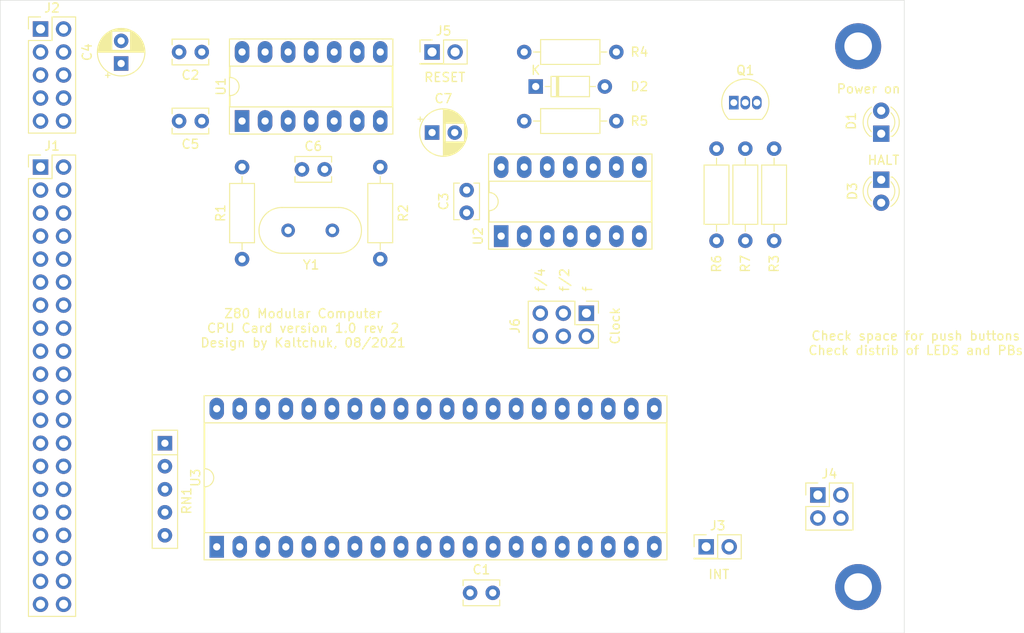
<source format=kicad_pcb>
(kicad_pcb (version 20171130) (host pcbnew "(5.1.6)-1")

  (general
    (thickness 1.6)
    (drawings 14)
    (tracks 2)
    (zones 0)
    (modules 29)
    (nets 60)
  )

  (page A4)
  (layers
    (0 F.Cu signal)
    (31 B.Cu signal)
    (33 F.Adhes user)
    (35 F.Paste user)
    (37 F.SilkS user)
    (39 F.Mask user)
    (40 Dwgs.User user)
    (41 Cmts.User user)
    (42 Eco1.User user)
    (43 Eco2.User user)
    (44 Edge.Cuts user)
    (45 Margin user)
    (46 B.CrtYd user)
    (47 F.CrtYd user)
    (49 F.Fab user hide)
  )

  (setup
    (last_trace_width 0.25)
    (trace_clearance 0.2)
    (zone_clearance 0.508)
    (zone_45_only no)
    (trace_min 0.2)
    (via_size 0.8)
    (via_drill 0.4)
    (via_min_size 0.4)
    (via_min_drill 0.3)
    (uvia_size 0.3)
    (uvia_drill 0.1)
    (uvias_allowed no)
    (uvia_min_size 0.2)
    (uvia_min_drill 0.1)
    (edge_width 0.05)
    (segment_width 0.2)
    (pcb_text_width 0.3)
    (pcb_text_size 1.5 1.5)
    (mod_edge_width 0.12)
    (mod_text_size 1 1)
    (mod_text_width 0.15)
    (pad_size 1.524 1.524)
    (pad_drill 0.762)
    (pad_to_mask_clearance 0.051)
    (solder_mask_min_width 0.25)
    (aux_axis_origin 0 0)
    (visible_elements 7FFFFFFF)
    (pcbplotparams
      (layerselection 0x010a0_ffffffff)
      (usegerberextensions false)
      (usegerberattributes false)
      (usegerberadvancedattributes false)
      (creategerberjobfile false)
      (excludeedgelayer true)
      (linewidth 0.100000)
      (plotframeref false)
      (viasonmask false)
      (mode 1)
      (useauxorigin false)
      (hpglpennumber 1)
      (hpglpenspeed 20)
      (hpglpendiameter 15.000000)
      (psnegative false)
      (psa4output false)
      (plotreference true)
      (plotvalue true)
      (plotinvisibletext false)
      (padsonsilk false)
      (subtractmaskfromsilk false)
      (outputformat 1)
      (mirror false)
      (drillshape 0)
      (scaleselection 1)
      (outputdirectory "C:/Users/kaltchuk/Documents/GitHub/Z80_Modular_Computer/KiCAD files/CPU/"))
  )

  (net 0 "")
  (net 1 +5V)
  (net 2 GND)
  (net 3 "Net-(C5-Pad1)")
  (net 4 "Net-(C6-Pad2)")
  (net 5 "Net-(C6-Pad1)")
  (net 6 "Net-(D1-Pad2)")
  (net 7 "Net-(D3-Pad2)")
  (net 8 /a01)
  (net 9 /a00)
  (net 10 /a03)
  (net 11 /a02)
  (net 12 /a05)
  (net 13 /a04)
  (net 14 /a07)
  (net 15 /a06)
  (net 16 /a09)
  (net 17 /a08)
  (net 18 /a11)
  (net 19 /a10)
  (net 20 /a13)
  (net 21 /a12)
  (net 22 /a15)
  (net 23 /a14)
  (net 24 /d01)
  (net 25 /d00)
  (net 26 /d03)
  (net 27 /d02)
  (net 28 /d05)
  (net 29 /d04)
  (net 30 /d07)
  (net 31 /d06)
  (net 32 /wr)
  (net 33 /mreq)
  (net 34 /rd)
  (net 35 /iorq)
  (net 36 /busack)
  (net 37 /busrq)
  (net 38 /halt)
  (net 39 /wait)
  (net 40 /int)
  (net 41 /nmi)
  (net 42 /s1)
  (net 43 /s0)
  (net 44 /m1)
  (net 45 /rfsh)
  (net 46 /clk)
  (net 47 /reset)
  (net 48 /+12V)
  (net 49 /v1)
  (net 50 "Net-(J5-Pad2)")
  (net 51 "Net-(J6-Pad1)")
  (net 52 "Net-(J6-Pad3)")
  (net 53 "Net-(Q1-Pad2)")
  (net 54 "Net-(Q1-Pad1)")
  (net 55 "Net-(R2-Pad2)")
  (net 56 "Net-(U2-Pad12)")
  (net 57 "Net-(U2-Pad2)")
  (net 58 "Net-(J6-Pad5)")
  (net 59 /nreset)

  (net_class Default "This is the default net class."
    (clearance 0.2)
    (trace_width 0.25)
    (via_dia 0.8)
    (via_drill 0.4)
    (uvia_dia 0.3)
    (uvia_drill 0.1)
    (add_net /+12V)
    (add_net /a00)
    (add_net /a01)
    (add_net /a02)
    (add_net /a03)
    (add_net /a04)
    (add_net /a05)
    (add_net /a06)
    (add_net /a07)
    (add_net /a08)
    (add_net /a09)
    (add_net /a10)
    (add_net /a11)
    (add_net /a12)
    (add_net /a13)
    (add_net /a14)
    (add_net /a15)
    (add_net /busack)
    (add_net /busrq)
    (add_net /clk)
    (add_net /d00)
    (add_net /d01)
    (add_net /d02)
    (add_net /d03)
    (add_net /d04)
    (add_net /d05)
    (add_net /d06)
    (add_net /d07)
    (add_net /halt)
    (add_net /int)
    (add_net /iorq)
    (add_net /m1)
    (add_net /mreq)
    (add_net /nmi)
    (add_net /nreset)
    (add_net /rd)
    (add_net /reset)
    (add_net /rfsh)
    (add_net /s0)
    (add_net /s1)
    (add_net /v1)
    (add_net /wait)
    (add_net /wr)
    (add_net GND)
    (add_net "Net-(C5-Pad1)")
    (add_net "Net-(C6-Pad1)")
    (add_net "Net-(C6-Pad2)")
    (add_net "Net-(D1-Pad2)")
    (add_net "Net-(D3-Pad2)")
    (add_net "Net-(J5-Pad2)")
    (add_net "Net-(J6-Pad1)")
    (add_net "Net-(J6-Pad3)")
    (add_net "Net-(J6-Pad5)")
    (add_net "Net-(Q1-Pad1)")
    (add_net "Net-(Q1-Pad2)")
    (add_net "Net-(R2-Pad2)")
    (add_net "Net-(U2-Pad12)")
    (add_net "Net-(U2-Pad2)")
  )

  (net_class Power ""
    (clearance 0.2)
    (trace_width 0.375)
    (via_dia 0.8)
    (via_drill 0.4)
    (uvia_dia 0.3)
    (uvia_drill 0.1)
    (add_net +5V)
  )

  (module Connector_PinHeader_2.54mm:PinHeader_2x03_P2.54mm_Vertical (layer F.Cu) (tedit 59FED5CC) (tstamp 60D84FE3)
    (at 162.433 97.409 270)
    (descr "Through hole straight pin header, 2x03, 2.54mm pitch, double rows")
    (tags "Through hole pin header THT 2x03 2.54mm double row")
    (path /60D99554)
    (fp_text reference J6 (at 1.397 7.874 90) (layer F.SilkS)
      (effects (font (size 1 1) (thickness 0.15)))
    )
    (fp_text value "clock selector" (at 1.27 7.41 90) (layer F.Fab)
      (effects (font (size 1 1) (thickness 0.15)))
    )
    (fp_line (start 0 -1.27) (end 3.81 -1.27) (layer F.Fab) (width 0.1))
    (fp_line (start 3.81 -1.27) (end 3.81 6.35) (layer F.Fab) (width 0.1))
    (fp_line (start 3.81 6.35) (end -1.27 6.35) (layer F.Fab) (width 0.1))
    (fp_line (start -1.27 6.35) (end -1.27 0) (layer F.Fab) (width 0.1))
    (fp_line (start -1.27 0) (end 0 -1.27) (layer F.Fab) (width 0.1))
    (fp_line (start -1.33 6.41) (end 3.87 6.41) (layer F.SilkS) (width 0.12))
    (fp_line (start -1.33 1.27) (end -1.33 6.41) (layer F.SilkS) (width 0.12))
    (fp_line (start 3.87 -1.33) (end 3.87 6.41) (layer F.SilkS) (width 0.12))
    (fp_line (start -1.33 1.27) (end 1.27 1.27) (layer F.SilkS) (width 0.12))
    (fp_line (start 1.27 1.27) (end 1.27 -1.33) (layer F.SilkS) (width 0.12))
    (fp_line (start 1.27 -1.33) (end 3.87 -1.33) (layer F.SilkS) (width 0.12))
    (fp_line (start -1.33 0) (end -1.33 -1.33) (layer F.SilkS) (width 0.12))
    (fp_line (start -1.33 -1.33) (end 0 -1.33) (layer F.SilkS) (width 0.12))
    (fp_line (start -1.8 -1.8) (end -1.8 6.85) (layer F.CrtYd) (width 0.05))
    (fp_line (start -1.8 6.85) (end 4.35 6.85) (layer F.CrtYd) (width 0.05))
    (fp_line (start 4.35 6.85) (end 4.35 -1.8) (layer F.CrtYd) (width 0.05))
    (fp_line (start 4.35 -1.8) (end -1.8 -1.8) (layer F.CrtYd) (width 0.05))
    (fp_text user %R (at 1.27 2.54) (layer F.Fab)
      (effects (font (size 1 1) (thickness 0.15)))
    )
    (pad 6 thru_hole oval (at 2.54 5.08 270) (size 1.7 1.7) (drill 1) (layers *.Cu *.Mask)
      (net 46 /clk))
    (pad 5 thru_hole oval (at 0 5.08 270) (size 1.7 1.7) (drill 1) (layers *.Cu *.Mask)
      (net 58 "Net-(J6-Pad5)"))
    (pad 4 thru_hole oval (at 2.54 2.54 270) (size 1.7 1.7) (drill 1) (layers *.Cu *.Mask)
      (net 46 /clk))
    (pad 3 thru_hole oval (at 0 2.54 270) (size 1.7 1.7) (drill 1) (layers *.Cu *.Mask)
      (net 52 "Net-(J6-Pad3)"))
    (pad 2 thru_hole oval (at 2.54 0 270) (size 1.7 1.7) (drill 1) (layers *.Cu *.Mask)
      (net 46 /clk))
    (pad 1 thru_hole rect (at 0 0 270) (size 1.7 1.7) (drill 1) (layers *.Cu *.Mask)
      (net 51 "Net-(J6-Pad1)"))
    (model ${KISYS3DMOD}/Connector_PinHeader_2.54mm.3dshapes/PinHeader_2x03_P2.54mm_Vertical.wrl
      (at (xyz 0 0 0))
      (scale (xyz 1 1 1))
      (rotate (xyz 0 0 0))
    )
  )

  (module Connector_PinHeader_2.54mm:PinHeader_2x02_P2.54mm_Vertical (layer F.Cu) (tedit 59FED5CC) (tstamp 60D72577)
    (at 187.96 117.475)
    (descr "Through hole straight pin header, 2x02, 2.54mm pitch, double rows")
    (tags "Through hole pin header THT 2x02 2.54mm double row")
    (path /60E17A37)
    (fp_text reference J4 (at 1.27 -2.33) (layer F.SilkS)
      (effects (font (size 1 1) (thickness 0.15)))
    )
    (fp_text value "EXT RESET/INT" (at 1.27 4.87) (layer F.Fab)
      (effects (font (size 1 1) (thickness 0.15)))
    )
    (fp_line (start 4.35 -1.8) (end -1.8 -1.8) (layer F.CrtYd) (width 0.05))
    (fp_line (start 4.35 4.35) (end 4.35 -1.8) (layer F.CrtYd) (width 0.05))
    (fp_line (start -1.8 4.35) (end 4.35 4.35) (layer F.CrtYd) (width 0.05))
    (fp_line (start -1.8 -1.8) (end -1.8 4.35) (layer F.CrtYd) (width 0.05))
    (fp_line (start -1.33 -1.33) (end 0 -1.33) (layer F.SilkS) (width 0.12))
    (fp_line (start -1.33 0) (end -1.33 -1.33) (layer F.SilkS) (width 0.12))
    (fp_line (start 1.27 -1.33) (end 3.87 -1.33) (layer F.SilkS) (width 0.12))
    (fp_line (start 1.27 1.27) (end 1.27 -1.33) (layer F.SilkS) (width 0.12))
    (fp_line (start -1.33 1.27) (end 1.27 1.27) (layer F.SilkS) (width 0.12))
    (fp_line (start 3.87 -1.33) (end 3.87 3.87) (layer F.SilkS) (width 0.12))
    (fp_line (start -1.33 1.27) (end -1.33 3.87) (layer F.SilkS) (width 0.12))
    (fp_line (start -1.33 3.87) (end 3.87 3.87) (layer F.SilkS) (width 0.12))
    (fp_line (start -1.27 0) (end 0 -1.27) (layer F.Fab) (width 0.1))
    (fp_line (start -1.27 3.81) (end -1.27 0) (layer F.Fab) (width 0.1))
    (fp_line (start 3.81 3.81) (end -1.27 3.81) (layer F.Fab) (width 0.1))
    (fp_line (start 3.81 -1.27) (end 3.81 3.81) (layer F.Fab) (width 0.1))
    (fp_line (start 0 -1.27) (end 3.81 -1.27) (layer F.Fab) (width 0.1))
    (fp_text user %R (at 1.27 1.27 90) (layer F.Fab)
      (effects (font (size 1 1) (thickness 0.15)))
    )
    (pad 4 thru_hole oval (at 2.54 2.54) (size 1.7 1.7) (drill 1) (layers *.Cu *.Mask)
      (net 40 /int))
    (pad 3 thru_hole oval (at 0 2.54) (size 1.7 1.7) (drill 1) (layers *.Cu *.Mask)
      (net 2 GND))
    (pad 2 thru_hole oval (at 2.54 0) (size 1.7 1.7) (drill 1) (layers *.Cu *.Mask)
      (net 59 /nreset))
    (pad 1 thru_hole rect (at 0 0) (size 1.7 1.7) (drill 1) (layers *.Cu *.Mask)
      (net 1 +5V))
    (model ${KISYS3DMOD}/Connector_PinHeader_2.54mm.3dshapes/PinHeader_2x02_P2.54mm_Vertical.wrl
      (at (xyz 0 0 0))
      (scale (xyz 1 1 1))
      (rotate (xyz 0 0 0))
    )
  )

  (module Capacitor_THT:C_Disc_D3.8mm_W2.6mm_P2.50mm (layer F.Cu) (tedit 5AE50EF0) (tstamp 60D661B4)
    (at 149.606 128.27)
    (descr "C, Disc series, Radial, pin pitch=2.50mm, , diameter*width=3.8*2.6mm^2, Capacitor, http://www.vishay.com/docs/45233/krseries.pdf")
    (tags "C Disc series Radial pin pitch 2.50mm  diameter 3.8mm width 2.6mm Capacitor")
    (path /60EE2AA3)
    (fp_text reference C1 (at 1.25 -2.55) (layer F.SilkS)
      (effects (font (size 1 1) (thickness 0.15)))
    )
    (fp_text value 10n (at 1.25 2.55) (layer F.Fab)
      (effects (font (size 1 1) (thickness 0.15)))
    )
    (fp_line (start -0.65 -1.3) (end -0.65 1.3) (layer F.Fab) (width 0.1))
    (fp_line (start -0.65 1.3) (end 3.15 1.3) (layer F.Fab) (width 0.1))
    (fp_line (start 3.15 1.3) (end 3.15 -1.3) (layer F.Fab) (width 0.1))
    (fp_line (start 3.15 -1.3) (end -0.65 -1.3) (layer F.Fab) (width 0.1))
    (fp_line (start -0.77 -1.42) (end 3.27 -1.42) (layer F.SilkS) (width 0.12))
    (fp_line (start -0.77 1.42) (end 3.27 1.42) (layer F.SilkS) (width 0.12))
    (fp_line (start -0.77 -1.42) (end -0.77 -0.795) (layer F.SilkS) (width 0.12))
    (fp_line (start -0.77 0.795) (end -0.77 1.42) (layer F.SilkS) (width 0.12))
    (fp_line (start 3.27 -1.42) (end 3.27 -0.795) (layer F.SilkS) (width 0.12))
    (fp_line (start 3.27 0.795) (end 3.27 1.42) (layer F.SilkS) (width 0.12))
    (fp_line (start -1.05 -1.55) (end -1.05 1.55) (layer F.CrtYd) (width 0.05))
    (fp_line (start -1.05 1.55) (end 3.55 1.55) (layer F.CrtYd) (width 0.05))
    (fp_line (start 3.55 1.55) (end 3.55 -1.55) (layer F.CrtYd) (width 0.05))
    (fp_line (start 3.55 -1.55) (end -1.05 -1.55) (layer F.CrtYd) (width 0.05))
    (fp_text user %R (at 1.25 0) (layer F.Fab)
      (effects (font (size 0.76 0.76) (thickness 0.114)))
    )
    (pad 1 thru_hole circle (at 0 0) (size 1.6 1.6) (drill 0.8) (layers *.Cu *.Mask)
      (net 1 +5V))
    (pad 2 thru_hole circle (at 2.5 0) (size 1.6 1.6) (drill 0.8) (layers *.Cu *.Mask)
      (net 2 GND))
    (model ${KISYS3DMOD}/Capacitor_THT.3dshapes/C_Disc_D3.8mm_W2.6mm_P2.50mm.wrl
      (at (xyz 0 0 0))
      (scale (xyz 1 1 1))
      (rotate (xyz 0 0 0))
    )
  )

  (module Capacitor_THT:C_Disc_D3.8mm_W2.6mm_P2.50mm (layer F.Cu) (tedit 5AE50EF0) (tstamp 60D661C9)
    (at 120.015 68.58 180)
    (descr "C, Disc series, Radial, pin pitch=2.50mm, , diameter*width=3.8*2.6mm^2, Capacitor, http://www.vishay.com/docs/45233/krseries.pdf")
    (tags "C Disc series Radial pin pitch 2.50mm  diameter 3.8mm width 2.6mm Capacitor")
    (path /60EE3893)
    (fp_text reference C2 (at 1.25 -2.55) (layer F.SilkS)
      (effects (font (size 1 1) (thickness 0.15)))
    )
    (fp_text value 10n (at 1.25 2.55) (layer F.Fab)
      (effects (font (size 1 1) (thickness 0.15)))
    )
    (fp_line (start 3.55 -1.55) (end -1.05 -1.55) (layer F.CrtYd) (width 0.05))
    (fp_line (start 3.55 1.55) (end 3.55 -1.55) (layer F.CrtYd) (width 0.05))
    (fp_line (start -1.05 1.55) (end 3.55 1.55) (layer F.CrtYd) (width 0.05))
    (fp_line (start -1.05 -1.55) (end -1.05 1.55) (layer F.CrtYd) (width 0.05))
    (fp_line (start 3.27 0.795) (end 3.27 1.42) (layer F.SilkS) (width 0.12))
    (fp_line (start 3.27 -1.42) (end 3.27 -0.795) (layer F.SilkS) (width 0.12))
    (fp_line (start -0.77 0.795) (end -0.77 1.42) (layer F.SilkS) (width 0.12))
    (fp_line (start -0.77 -1.42) (end -0.77 -0.795) (layer F.SilkS) (width 0.12))
    (fp_line (start -0.77 1.42) (end 3.27 1.42) (layer F.SilkS) (width 0.12))
    (fp_line (start -0.77 -1.42) (end 3.27 -1.42) (layer F.SilkS) (width 0.12))
    (fp_line (start 3.15 -1.3) (end -0.65 -1.3) (layer F.Fab) (width 0.1))
    (fp_line (start 3.15 1.3) (end 3.15 -1.3) (layer F.Fab) (width 0.1))
    (fp_line (start -0.65 1.3) (end 3.15 1.3) (layer F.Fab) (width 0.1))
    (fp_line (start -0.65 -1.3) (end -0.65 1.3) (layer F.Fab) (width 0.1))
    (fp_text user %R (at 1.25 0) (layer F.Fab)
      (effects (font (size 0.76 0.76) (thickness 0.114)))
    )
    (pad 2 thru_hole circle (at 2.5 0 180) (size 1.6 1.6) (drill 0.8) (layers *.Cu *.Mask)
      (net 2 GND))
    (pad 1 thru_hole circle (at 0 0 180) (size 1.6 1.6) (drill 0.8) (layers *.Cu *.Mask)
      (net 1 +5V))
    (model ${KISYS3DMOD}/Capacitor_THT.3dshapes/C_Disc_D3.8mm_W2.6mm_P2.50mm.wrl
      (at (xyz 0 0 0))
      (scale (xyz 1 1 1))
      (rotate (xyz 0 0 0))
    )
  )

  (module Capacitor_THT:C_Disc_D3.8mm_W2.6mm_P2.50mm (layer F.Cu) (tedit 5AE50EF0) (tstamp 60D661DE)
    (at 149.225 83.82 270)
    (descr "C, Disc series, Radial, pin pitch=2.50mm, , diameter*width=3.8*2.6mm^2, Capacitor, http://www.vishay.com/docs/45233/krseries.pdf")
    (tags "C Disc series Radial pin pitch 2.50mm  diameter 3.8mm width 2.6mm Capacitor")
    (path /60EE41B7)
    (fp_text reference C3 (at 1.25 2.54 90) (layer F.SilkS)
      (effects (font (size 1 1) (thickness 0.15)))
    )
    (fp_text value 10n (at 1.25 2.55 90) (layer F.Fab)
      (effects (font (size 1 1) (thickness 0.15)))
    )
    (fp_line (start -0.65 -1.3) (end -0.65 1.3) (layer F.Fab) (width 0.1))
    (fp_line (start -0.65 1.3) (end 3.15 1.3) (layer F.Fab) (width 0.1))
    (fp_line (start 3.15 1.3) (end 3.15 -1.3) (layer F.Fab) (width 0.1))
    (fp_line (start 3.15 -1.3) (end -0.65 -1.3) (layer F.Fab) (width 0.1))
    (fp_line (start -0.77 -1.42) (end 3.27 -1.42) (layer F.SilkS) (width 0.12))
    (fp_line (start -0.77 1.42) (end 3.27 1.42) (layer F.SilkS) (width 0.12))
    (fp_line (start -0.77 -1.42) (end -0.77 -0.795) (layer F.SilkS) (width 0.12))
    (fp_line (start -0.77 0.795) (end -0.77 1.42) (layer F.SilkS) (width 0.12))
    (fp_line (start 3.27 -1.42) (end 3.27 -0.795) (layer F.SilkS) (width 0.12))
    (fp_line (start 3.27 0.795) (end 3.27 1.42) (layer F.SilkS) (width 0.12))
    (fp_line (start -1.05 -1.55) (end -1.05 1.55) (layer F.CrtYd) (width 0.05))
    (fp_line (start -1.05 1.55) (end 3.55 1.55) (layer F.CrtYd) (width 0.05))
    (fp_line (start 3.55 1.55) (end 3.55 -1.55) (layer F.CrtYd) (width 0.05))
    (fp_line (start 3.55 -1.55) (end -1.05 -1.55) (layer F.CrtYd) (width 0.05))
    (fp_text user %R (at 1.25 0 90) (layer F.Fab)
      (effects (font (size 0.76 0.76) (thickness 0.114)))
    )
    (pad 1 thru_hole circle (at 0 0 270) (size 1.6 1.6) (drill 0.8) (layers *.Cu *.Mask)
      (net 1 +5V))
    (pad 2 thru_hole circle (at 2.5 0 270) (size 1.6 1.6) (drill 0.8) (layers *.Cu *.Mask)
      (net 2 GND))
    (model ${KISYS3DMOD}/Capacitor_THT.3dshapes/C_Disc_D3.8mm_W2.6mm_P2.50mm.wrl
      (at (xyz 0 0 0))
      (scale (xyz 1 1 1))
      (rotate (xyz 0 0 0))
    )
  )

  (module Capacitor_THT:CP_Radial_D5.0mm_P2.50mm (layer F.Cu) (tedit 5AE50EF0) (tstamp 60D66262)
    (at 111.125 69.85 90)
    (descr "CP, Radial series, Radial, pin pitch=2.50mm, , diameter=5mm, Electrolytic Capacitor")
    (tags "CP Radial series Radial pin pitch 2.50mm  diameter 5mm Electrolytic Capacitor")
    (path /5EFE3FDA)
    (fp_text reference C4 (at 1.25 -3.75 90) (layer F.SilkS)
      (effects (font (size 1 1) (thickness 0.15)))
    )
    (fp_text value 10uF (at 1.25 3.75 90) (layer F.Fab)
      (effects (font (size 1 1) (thickness 0.15)))
    )
    (fp_line (start -1.304775 -1.725) (end -1.304775 -1.225) (layer F.SilkS) (width 0.12))
    (fp_line (start -1.554775 -1.475) (end -1.054775 -1.475) (layer F.SilkS) (width 0.12))
    (fp_line (start 3.851 -0.284) (end 3.851 0.284) (layer F.SilkS) (width 0.12))
    (fp_line (start 3.811 -0.518) (end 3.811 0.518) (layer F.SilkS) (width 0.12))
    (fp_line (start 3.771 -0.677) (end 3.771 0.677) (layer F.SilkS) (width 0.12))
    (fp_line (start 3.731 -0.805) (end 3.731 0.805) (layer F.SilkS) (width 0.12))
    (fp_line (start 3.691 -0.915) (end 3.691 0.915) (layer F.SilkS) (width 0.12))
    (fp_line (start 3.651 -1.011) (end 3.651 1.011) (layer F.SilkS) (width 0.12))
    (fp_line (start 3.611 -1.098) (end 3.611 1.098) (layer F.SilkS) (width 0.12))
    (fp_line (start 3.571 -1.178) (end 3.571 1.178) (layer F.SilkS) (width 0.12))
    (fp_line (start 3.531 1.04) (end 3.531 1.251) (layer F.SilkS) (width 0.12))
    (fp_line (start 3.531 -1.251) (end 3.531 -1.04) (layer F.SilkS) (width 0.12))
    (fp_line (start 3.491 1.04) (end 3.491 1.319) (layer F.SilkS) (width 0.12))
    (fp_line (start 3.491 -1.319) (end 3.491 -1.04) (layer F.SilkS) (width 0.12))
    (fp_line (start 3.451 1.04) (end 3.451 1.383) (layer F.SilkS) (width 0.12))
    (fp_line (start 3.451 -1.383) (end 3.451 -1.04) (layer F.SilkS) (width 0.12))
    (fp_line (start 3.411 1.04) (end 3.411 1.443) (layer F.SilkS) (width 0.12))
    (fp_line (start 3.411 -1.443) (end 3.411 -1.04) (layer F.SilkS) (width 0.12))
    (fp_line (start 3.371 1.04) (end 3.371 1.5) (layer F.SilkS) (width 0.12))
    (fp_line (start 3.371 -1.5) (end 3.371 -1.04) (layer F.SilkS) (width 0.12))
    (fp_line (start 3.331 1.04) (end 3.331 1.554) (layer F.SilkS) (width 0.12))
    (fp_line (start 3.331 -1.554) (end 3.331 -1.04) (layer F.SilkS) (width 0.12))
    (fp_line (start 3.291 1.04) (end 3.291 1.605) (layer F.SilkS) (width 0.12))
    (fp_line (start 3.291 -1.605) (end 3.291 -1.04) (layer F.SilkS) (width 0.12))
    (fp_line (start 3.251 1.04) (end 3.251 1.653) (layer F.SilkS) (width 0.12))
    (fp_line (start 3.251 -1.653) (end 3.251 -1.04) (layer F.SilkS) (width 0.12))
    (fp_line (start 3.211 1.04) (end 3.211 1.699) (layer F.SilkS) (width 0.12))
    (fp_line (start 3.211 -1.699) (end 3.211 -1.04) (layer F.SilkS) (width 0.12))
    (fp_line (start 3.171 1.04) (end 3.171 1.743) (layer F.SilkS) (width 0.12))
    (fp_line (start 3.171 -1.743) (end 3.171 -1.04) (layer F.SilkS) (width 0.12))
    (fp_line (start 3.131 1.04) (end 3.131 1.785) (layer F.SilkS) (width 0.12))
    (fp_line (start 3.131 -1.785) (end 3.131 -1.04) (layer F.SilkS) (width 0.12))
    (fp_line (start 3.091 1.04) (end 3.091 1.826) (layer F.SilkS) (width 0.12))
    (fp_line (start 3.091 -1.826) (end 3.091 -1.04) (layer F.SilkS) (width 0.12))
    (fp_line (start 3.051 1.04) (end 3.051 1.864) (layer F.SilkS) (width 0.12))
    (fp_line (start 3.051 -1.864) (end 3.051 -1.04) (layer F.SilkS) (width 0.12))
    (fp_line (start 3.011 1.04) (end 3.011 1.901) (layer F.SilkS) (width 0.12))
    (fp_line (start 3.011 -1.901) (end 3.011 -1.04) (layer F.SilkS) (width 0.12))
    (fp_line (start 2.971 1.04) (end 2.971 1.937) (layer F.SilkS) (width 0.12))
    (fp_line (start 2.971 -1.937) (end 2.971 -1.04) (layer F.SilkS) (width 0.12))
    (fp_line (start 2.931 1.04) (end 2.931 1.971) (layer F.SilkS) (width 0.12))
    (fp_line (start 2.931 -1.971) (end 2.931 -1.04) (layer F.SilkS) (width 0.12))
    (fp_line (start 2.891 1.04) (end 2.891 2.004) (layer F.SilkS) (width 0.12))
    (fp_line (start 2.891 -2.004) (end 2.891 -1.04) (layer F.SilkS) (width 0.12))
    (fp_line (start 2.851 1.04) (end 2.851 2.035) (layer F.SilkS) (width 0.12))
    (fp_line (start 2.851 -2.035) (end 2.851 -1.04) (layer F.SilkS) (width 0.12))
    (fp_line (start 2.811 1.04) (end 2.811 2.065) (layer F.SilkS) (width 0.12))
    (fp_line (start 2.811 -2.065) (end 2.811 -1.04) (layer F.SilkS) (width 0.12))
    (fp_line (start 2.771 1.04) (end 2.771 2.095) (layer F.SilkS) (width 0.12))
    (fp_line (start 2.771 -2.095) (end 2.771 -1.04) (layer F.SilkS) (width 0.12))
    (fp_line (start 2.731 1.04) (end 2.731 2.122) (layer F.SilkS) (width 0.12))
    (fp_line (start 2.731 -2.122) (end 2.731 -1.04) (layer F.SilkS) (width 0.12))
    (fp_line (start 2.691 1.04) (end 2.691 2.149) (layer F.SilkS) (width 0.12))
    (fp_line (start 2.691 -2.149) (end 2.691 -1.04) (layer F.SilkS) (width 0.12))
    (fp_line (start 2.651 1.04) (end 2.651 2.175) (layer F.SilkS) (width 0.12))
    (fp_line (start 2.651 -2.175) (end 2.651 -1.04) (layer F.SilkS) (width 0.12))
    (fp_line (start 2.611 1.04) (end 2.611 2.2) (layer F.SilkS) (width 0.12))
    (fp_line (start 2.611 -2.2) (end 2.611 -1.04) (layer F.SilkS) (width 0.12))
    (fp_line (start 2.571 1.04) (end 2.571 2.224) (layer F.SilkS) (width 0.12))
    (fp_line (start 2.571 -2.224) (end 2.571 -1.04) (layer F.SilkS) (width 0.12))
    (fp_line (start 2.531 1.04) (end 2.531 2.247) (layer F.SilkS) (width 0.12))
    (fp_line (start 2.531 -2.247) (end 2.531 -1.04) (layer F.SilkS) (width 0.12))
    (fp_line (start 2.491 1.04) (end 2.491 2.268) (layer F.SilkS) (width 0.12))
    (fp_line (start 2.491 -2.268) (end 2.491 -1.04) (layer F.SilkS) (width 0.12))
    (fp_line (start 2.451 1.04) (end 2.451 2.29) (layer F.SilkS) (width 0.12))
    (fp_line (start 2.451 -2.29) (end 2.451 -1.04) (layer F.SilkS) (width 0.12))
    (fp_line (start 2.411 1.04) (end 2.411 2.31) (layer F.SilkS) (width 0.12))
    (fp_line (start 2.411 -2.31) (end 2.411 -1.04) (layer F.SilkS) (width 0.12))
    (fp_line (start 2.371 1.04) (end 2.371 2.329) (layer F.SilkS) (width 0.12))
    (fp_line (start 2.371 -2.329) (end 2.371 -1.04) (layer F.SilkS) (width 0.12))
    (fp_line (start 2.331 1.04) (end 2.331 2.348) (layer F.SilkS) (width 0.12))
    (fp_line (start 2.331 -2.348) (end 2.331 -1.04) (layer F.SilkS) (width 0.12))
    (fp_line (start 2.291 1.04) (end 2.291 2.365) (layer F.SilkS) (width 0.12))
    (fp_line (start 2.291 -2.365) (end 2.291 -1.04) (layer F.SilkS) (width 0.12))
    (fp_line (start 2.251 1.04) (end 2.251 2.382) (layer F.SilkS) (width 0.12))
    (fp_line (start 2.251 -2.382) (end 2.251 -1.04) (layer F.SilkS) (width 0.12))
    (fp_line (start 2.211 1.04) (end 2.211 2.398) (layer F.SilkS) (width 0.12))
    (fp_line (start 2.211 -2.398) (end 2.211 -1.04) (layer F.SilkS) (width 0.12))
    (fp_line (start 2.171 1.04) (end 2.171 2.414) (layer F.SilkS) (width 0.12))
    (fp_line (start 2.171 -2.414) (end 2.171 -1.04) (layer F.SilkS) (width 0.12))
    (fp_line (start 2.131 1.04) (end 2.131 2.428) (layer F.SilkS) (width 0.12))
    (fp_line (start 2.131 -2.428) (end 2.131 -1.04) (layer F.SilkS) (width 0.12))
    (fp_line (start 2.091 1.04) (end 2.091 2.442) (layer F.SilkS) (width 0.12))
    (fp_line (start 2.091 -2.442) (end 2.091 -1.04) (layer F.SilkS) (width 0.12))
    (fp_line (start 2.051 1.04) (end 2.051 2.455) (layer F.SilkS) (width 0.12))
    (fp_line (start 2.051 -2.455) (end 2.051 -1.04) (layer F.SilkS) (width 0.12))
    (fp_line (start 2.011 1.04) (end 2.011 2.468) (layer F.SilkS) (width 0.12))
    (fp_line (start 2.011 -2.468) (end 2.011 -1.04) (layer F.SilkS) (width 0.12))
    (fp_line (start 1.971 1.04) (end 1.971 2.48) (layer F.SilkS) (width 0.12))
    (fp_line (start 1.971 -2.48) (end 1.971 -1.04) (layer F.SilkS) (width 0.12))
    (fp_line (start 1.93 1.04) (end 1.93 2.491) (layer F.SilkS) (width 0.12))
    (fp_line (start 1.93 -2.491) (end 1.93 -1.04) (layer F.SilkS) (width 0.12))
    (fp_line (start 1.89 1.04) (end 1.89 2.501) (layer F.SilkS) (width 0.12))
    (fp_line (start 1.89 -2.501) (end 1.89 -1.04) (layer F.SilkS) (width 0.12))
    (fp_line (start 1.85 1.04) (end 1.85 2.511) (layer F.SilkS) (width 0.12))
    (fp_line (start 1.85 -2.511) (end 1.85 -1.04) (layer F.SilkS) (width 0.12))
    (fp_line (start 1.81 1.04) (end 1.81 2.52) (layer F.SilkS) (width 0.12))
    (fp_line (start 1.81 -2.52) (end 1.81 -1.04) (layer F.SilkS) (width 0.12))
    (fp_line (start 1.77 1.04) (end 1.77 2.528) (layer F.SilkS) (width 0.12))
    (fp_line (start 1.77 -2.528) (end 1.77 -1.04) (layer F.SilkS) (width 0.12))
    (fp_line (start 1.73 1.04) (end 1.73 2.536) (layer F.SilkS) (width 0.12))
    (fp_line (start 1.73 -2.536) (end 1.73 -1.04) (layer F.SilkS) (width 0.12))
    (fp_line (start 1.69 1.04) (end 1.69 2.543) (layer F.SilkS) (width 0.12))
    (fp_line (start 1.69 -2.543) (end 1.69 -1.04) (layer F.SilkS) (width 0.12))
    (fp_line (start 1.65 1.04) (end 1.65 2.55) (layer F.SilkS) (width 0.12))
    (fp_line (start 1.65 -2.55) (end 1.65 -1.04) (layer F.SilkS) (width 0.12))
    (fp_line (start 1.61 1.04) (end 1.61 2.556) (layer F.SilkS) (width 0.12))
    (fp_line (start 1.61 -2.556) (end 1.61 -1.04) (layer F.SilkS) (width 0.12))
    (fp_line (start 1.57 1.04) (end 1.57 2.561) (layer F.SilkS) (width 0.12))
    (fp_line (start 1.57 -2.561) (end 1.57 -1.04) (layer F.SilkS) (width 0.12))
    (fp_line (start 1.53 1.04) (end 1.53 2.565) (layer F.SilkS) (width 0.12))
    (fp_line (start 1.53 -2.565) (end 1.53 -1.04) (layer F.SilkS) (width 0.12))
    (fp_line (start 1.49 1.04) (end 1.49 2.569) (layer F.SilkS) (width 0.12))
    (fp_line (start 1.49 -2.569) (end 1.49 -1.04) (layer F.SilkS) (width 0.12))
    (fp_line (start 1.45 -2.573) (end 1.45 2.573) (layer F.SilkS) (width 0.12))
    (fp_line (start 1.41 -2.576) (end 1.41 2.576) (layer F.SilkS) (width 0.12))
    (fp_line (start 1.37 -2.578) (end 1.37 2.578) (layer F.SilkS) (width 0.12))
    (fp_line (start 1.33 -2.579) (end 1.33 2.579) (layer F.SilkS) (width 0.12))
    (fp_line (start 1.29 -2.58) (end 1.29 2.58) (layer F.SilkS) (width 0.12))
    (fp_line (start 1.25 -2.58) (end 1.25 2.58) (layer F.SilkS) (width 0.12))
    (fp_line (start -0.633605 -1.3375) (end -0.633605 -0.8375) (layer F.Fab) (width 0.1))
    (fp_line (start -0.883605 -1.0875) (end -0.383605 -1.0875) (layer F.Fab) (width 0.1))
    (fp_circle (center 1.25 0) (end 4 0) (layer F.CrtYd) (width 0.05))
    (fp_circle (center 1.25 0) (end 3.87 0) (layer F.SilkS) (width 0.12))
    (fp_circle (center 1.25 0) (end 3.75 0) (layer F.Fab) (width 0.1))
    (fp_text user %R (at 1.25 0 90) (layer F.Fab)
      (effects (font (size 1 1) (thickness 0.15)))
    )
    (pad 2 thru_hole circle (at 2.5 0 90) (size 1.6 1.6) (drill 0.8) (layers *.Cu *.Mask)
      (net 2 GND))
    (pad 1 thru_hole rect (at 0 0 90) (size 1.6 1.6) (drill 0.8) (layers *.Cu *.Mask)
      (net 1 +5V))
    (model ${KISYS3DMOD}/Capacitor_THT.3dshapes/CP_Radial_D5.0mm_P2.50mm.wrl
      (at (xyz 0 0 0))
      (scale (xyz 1 1 1))
      (rotate (xyz 0 0 0))
    )
  )

  (module Capacitor_THT:C_Disc_D3.8mm_W2.6mm_P2.50mm (layer F.Cu) (tedit 5AE50EF0) (tstamp 60D66277)
    (at 120.015 76.2 180)
    (descr "C, Disc series, Radial, pin pitch=2.50mm, , diameter*width=3.8*2.6mm^2, Capacitor, http://www.vishay.com/docs/45233/krseries.pdf")
    (tags "C Disc series Radial pin pitch 2.50mm  diameter 3.8mm width 2.6mm Capacitor")
    (path /5E35F358)
    (fp_text reference C5 (at 1.25 -2.55) (layer F.SilkS)
      (effects (font (size 1 1) (thickness 0.15)))
    )
    (fp_text value 22p (at 1.25 2.55) (layer F.Fab)
      (effects (font (size 1 1) (thickness 0.15)))
    )
    (fp_line (start -0.65 -1.3) (end -0.65 1.3) (layer F.Fab) (width 0.1))
    (fp_line (start -0.65 1.3) (end 3.15 1.3) (layer F.Fab) (width 0.1))
    (fp_line (start 3.15 1.3) (end 3.15 -1.3) (layer F.Fab) (width 0.1))
    (fp_line (start 3.15 -1.3) (end -0.65 -1.3) (layer F.Fab) (width 0.1))
    (fp_line (start -0.77 -1.42) (end 3.27 -1.42) (layer F.SilkS) (width 0.12))
    (fp_line (start -0.77 1.42) (end 3.27 1.42) (layer F.SilkS) (width 0.12))
    (fp_line (start -0.77 -1.42) (end -0.77 -0.795) (layer F.SilkS) (width 0.12))
    (fp_line (start -0.77 0.795) (end -0.77 1.42) (layer F.SilkS) (width 0.12))
    (fp_line (start 3.27 -1.42) (end 3.27 -0.795) (layer F.SilkS) (width 0.12))
    (fp_line (start 3.27 0.795) (end 3.27 1.42) (layer F.SilkS) (width 0.12))
    (fp_line (start -1.05 -1.55) (end -1.05 1.55) (layer F.CrtYd) (width 0.05))
    (fp_line (start -1.05 1.55) (end 3.55 1.55) (layer F.CrtYd) (width 0.05))
    (fp_line (start 3.55 1.55) (end 3.55 -1.55) (layer F.CrtYd) (width 0.05))
    (fp_line (start 3.55 -1.55) (end -1.05 -1.55) (layer F.CrtYd) (width 0.05))
    (fp_text user %R (at 1.25 0) (layer F.Fab)
      (effects (font (size 0.76 0.76) (thickness 0.114)))
    )
    (pad 1 thru_hole circle (at 0 0 180) (size 1.6 1.6) (drill 0.8) (layers *.Cu *.Mask)
      (net 3 "Net-(C5-Pad1)"))
    (pad 2 thru_hole circle (at 2.5 0 180) (size 1.6 1.6) (drill 0.8) (layers *.Cu *.Mask)
      (net 2 GND))
    (model ${KISYS3DMOD}/Capacitor_THT.3dshapes/C_Disc_D3.8mm_W2.6mm_P2.50mm.wrl
      (at (xyz 0 0 0))
      (scale (xyz 1 1 1))
      (rotate (xyz 0 0 0))
    )
  )

  (module Capacitor_THT:C_Disc_D3.8mm_W2.6mm_P2.50mm (layer F.Cu) (tedit 5AE50EF0) (tstamp 60D6628C)
    (at 131.064 81.534)
    (descr "C, Disc series, Radial, pin pitch=2.50mm, , diameter*width=3.8*2.6mm^2, Capacitor, http://www.vishay.com/docs/45233/krseries.pdf")
    (tags "C Disc series Radial pin pitch 2.50mm  diameter 3.8mm width 2.6mm Capacitor")
    (path /5E35E6E4)
    (fp_text reference C6 (at 1.25 -2.55) (layer F.SilkS)
      (effects (font (size 1 1) (thickness 0.15)))
    )
    (fp_text value 100n (at 1.25 2.55) (layer F.Fab)
      (effects (font (size 1 1) (thickness 0.15)))
    )
    (fp_line (start 3.55 -1.55) (end -1.05 -1.55) (layer F.CrtYd) (width 0.05))
    (fp_line (start 3.55 1.55) (end 3.55 -1.55) (layer F.CrtYd) (width 0.05))
    (fp_line (start -1.05 1.55) (end 3.55 1.55) (layer F.CrtYd) (width 0.05))
    (fp_line (start -1.05 -1.55) (end -1.05 1.55) (layer F.CrtYd) (width 0.05))
    (fp_line (start 3.27 0.795) (end 3.27 1.42) (layer F.SilkS) (width 0.12))
    (fp_line (start 3.27 -1.42) (end 3.27 -0.795) (layer F.SilkS) (width 0.12))
    (fp_line (start -0.77 0.795) (end -0.77 1.42) (layer F.SilkS) (width 0.12))
    (fp_line (start -0.77 -1.42) (end -0.77 -0.795) (layer F.SilkS) (width 0.12))
    (fp_line (start -0.77 1.42) (end 3.27 1.42) (layer F.SilkS) (width 0.12))
    (fp_line (start -0.77 -1.42) (end 3.27 -1.42) (layer F.SilkS) (width 0.12))
    (fp_line (start 3.15 -1.3) (end -0.65 -1.3) (layer F.Fab) (width 0.1))
    (fp_line (start 3.15 1.3) (end 3.15 -1.3) (layer F.Fab) (width 0.1))
    (fp_line (start -0.65 1.3) (end 3.15 1.3) (layer F.Fab) (width 0.1))
    (fp_line (start -0.65 -1.3) (end -0.65 1.3) (layer F.Fab) (width 0.1))
    (fp_text user %R (at 1.25 0) (layer F.Fab)
      (effects (font (size 0.76 0.76) (thickness 0.114)))
    )
    (pad 2 thru_hole circle (at 2.5 0) (size 1.6 1.6) (drill 0.8) (layers *.Cu *.Mask)
      (net 4 "Net-(C6-Pad2)"))
    (pad 1 thru_hole circle (at 0 0) (size 1.6 1.6) (drill 0.8) (layers *.Cu *.Mask)
      (net 5 "Net-(C6-Pad1)"))
    (model ${KISYS3DMOD}/Capacitor_THT.3dshapes/C_Disc_D3.8mm_W2.6mm_P2.50mm.wrl
      (at (xyz 0 0 0))
      (scale (xyz 1 1 1))
      (rotate (xyz 0 0 0))
    )
  )

  (module Capacitor_THT:CP_Radial_D5.0mm_P2.50mm (layer F.Cu) (tedit 5AE50EF0) (tstamp 60D66310)
    (at 145.415 77.47)
    (descr "CP, Radial series, Radial, pin pitch=2.50mm, , diameter=5mm, Electrolytic Capacitor")
    (tags "CP Radial series Radial pin pitch 2.50mm  diameter 5mm Electrolytic Capacitor")
    (path /5F38F7A8)
    (fp_text reference C7 (at 1.25 -3.75) (layer F.SilkS)
      (effects (font (size 1 1) (thickness 0.15)))
    )
    (fp_text value 10uF (at 1.25 3.75) (layer F.Fab)
      (effects (font (size 1 1) (thickness 0.15)))
    )
    (fp_circle (center 1.25 0) (end 3.75 0) (layer F.Fab) (width 0.1))
    (fp_circle (center 1.25 0) (end 3.87 0) (layer F.SilkS) (width 0.12))
    (fp_circle (center 1.25 0) (end 4 0) (layer F.CrtYd) (width 0.05))
    (fp_line (start -0.883605 -1.0875) (end -0.383605 -1.0875) (layer F.Fab) (width 0.1))
    (fp_line (start -0.633605 -1.3375) (end -0.633605 -0.8375) (layer F.Fab) (width 0.1))
    (fp_line (start 1.25 -2.58) (end 1.25 2.58) (layer F.SilkS) (width 0.12))
    (fp_line (start 1.29 -2.58) (end 1.29 2.58) (layer F.SilkS) (width 0.12))
    (fp_line (start 1.33 -2.579) (end 1.33 2.579) (layer F.SilkS) (width 0.12))
    (fp_line (start 1.37 -2.578) (end 1.37 2.578) (layer F.SilkS) (width 0.12))
    (fp_line (start 1.41 -2.576) (end 1.41 2.576) (layer F.SilkS) (width 0.12))
    (fp_line (start 1.45 -2.573) (end 1.45 2.573) (layer F.SilkS) (width 0.12))
    (fp_line (start 1.49 -2.569) (end 1.49 -1.04) (layer F.SilkS) (width 0.12))
    (fp_line (start 1.49 1.04) (end 1.49 2.569) (layer F.SilkS) (width 0.12))
    (fp_line (start 1.53 -2.565) (end 1.53 -1.04) (layer F.SilkS) (width 0.12))
    (fp_line (start 1.53 1.04) (end 1.53 2.565) (layer F.SilkS) (width 0.12))
    (fp_line (start 1.57 -2.561) (end 1.57 -1.04) (layer F.SilkS) (width 0.12))
    (fp_line (start 1.57 1.04) (end 1.57 2.561) (layer F.SilkS) (width 0.12))
    (fp_line (start 1.61 -2.556) (end 1.61 -1.04) (layer F.SilkS) (width 0.12))
    (fp_line (start 1.61 1.04) (end 1.61 2.556) (layer F.SilkS) (width 0.12))
    (fp_line (start 1.65 -2.55) (end 1.65 -1.04) (layer F.SilkS) (width 0.12))
    (fp_line (start 1.65 1.04) (end 1.65 2.55) (layer F.SilkS) (width 0.12))
    (fp_line (start 1.69 -2.543) (end 1.69 -1.04) (layer F.SilkS) (width 0.12))
    (fp_line (start 1.69 1.04) (end 1.69 2.543) (layer F.SilkS) (width 0.12))
    (fp_line (start 1.73 -2.536) (end 1.73 -1.04) (layer F.SilkS) (width 0.12))
    (fp_line (start 1.73 1.04) (end 1.73 2.536) (layer F.SilkS) (width 0.12))
    (fp_line (start 1.77 -2.528) (end 1.77 -1.04) (layer F.SilkS) (width 0.12))
    (fp_line (start 1.77 1.04) (end 1.77 2.528) (layer F.SilkS) (width 0.12))
    (fp_line (start 1.81 -2.52) (end 1.81 -1.04) (layer F.SilkS) (width 0.12))
    (fp_line (start 1.81 1.04) (end 1.81 2.52) (layer F.SilkS) (width 0.12))
    (fp_line (start 1.85 -2.511) (end 1.85 -1.04) (layer F.SilkS) (width 0.12))
    (fp_line (start 1.85 1.04) (end 1.85 2.511) (layer F.SilkS) (width 0.12))
    (fp_line (start 1.89 -2.501) (end 1.89 -1.04) (layer F.SilkS) (width 0.12))
    (fp_line (start 1.89 1.04) (end 1.89 2.501) (layer F.SilkS) (width 0.12))
    (fp_line (start 1.93 -2.491) (end 1.93 -1.04) (layer F.SilkS) (width 0.12))
    (fp_line (start 1.93 1.04) (end 1.93 2.491) (layer F.SilkS) (width 0.12))
    (fp_line (start 1.971 -2.48) (end 1.971 -1.04) (layer F.SilkS) (width 0.12))
    (fp_line (start 1.971 1.04) (end 1.971 2.48) (layer F.SilkS) (width 0.12))
    (fp_line (start 2.011 -2.468) (end 2.011 -1.04) (layer F.SilkS) (width 0.12))
    (fp_line (start 2.011 1.04) (end 2.011 2.468) (layer F.SilkS) (width 0.12))
    (fp_line (start 2.051 -2.455) (end 2.051 -1.04) (layer F.SilkS) (width 0.12))
    (fp_line (start 2.051 1.04) (end 2.051 2.455) (layer F.SilkS) (width 0.12))
    (fp_line (start 2.091 -2.442) (end 2.091 -1.04) (layer F.SilkS) (width 0.12))
    (fp_line (start 2.091 1.04) (end 2.091 2.442) (layer F.SilkS) (width 0.12))
    (fp_line (start 2.131 -2.428) (end 2.131 -1.04) (layer F.SilkS) (width 0.12))
    (fp_line (start 2.131 1.04) (end 2.131 2.428) (layer F.SilkS) (width 0.12))
    (fp_line (start 2.171 -2.414) (end 2.171 -1.04) (layer F.SilkS) (width 0.12))
    (fp_line (start 2.171 1.04) (end 2.171 2.414) (layer F.SilkS) (width 0.12))
    (fp_line (start 2.211 -2.398) (end 2.211 -1.04) (layer F.SilkS) (width 0.12))
    (fp_line (start 2.211 1.04) (end 2.211 2.398) (layer F.SilkS) (width 0.12))
    (fp_line (start 2.251 -2.382) (end 2.251 -1.04) (layer F.SilkS) (width 0.12))
    (fp_line (start 2.251 1.04) (end 2.251 2.382) (layer F.SilkS) (width 0.12))
    (fp_line (start 2.291 -2.365) (end 2.291 -1.04) (layer F.SilkS) (width 0.12))
    (fp_line (start 2.291 1.04) (end 2.291 2.365) (layer F.SilkS) (width 0.12))
    (fp_line (start 2.331 -2.348) (end 2.331 -1.04) (layer F.SilkS) (width 0.12))
    (fp_line (start 2.331 1.04) (end 2.331 2.348) (layer F.SilkS) (width 0.12))
    (fp_line (start 2.371 -2.329) (end 2.371 -1.04) (layer F.SilkS) (width 0.12))
    (fp_line (start 2.371 1.04) (end 2.371 2.329) (layer F.SilkS) (width 0.12))
    (fp_line (start 2.411 -2.31) (end 2.411 -1.04) (layer F.SilkS) (width 0.12))
    (fp_line (start 2.411 1.04) (end 2.411 2.31) (layer F.SilkS) (width 0.12))
    (fp_line (start 2.451 -2.29) (end 2.451 -1.04) (layer F.SilkS) (width 0.12))
    (fp_line (start 2.451 1.04) (end 2.451 2.29) (layer F.SilkS) (width 0.12))
    (fp_line (start 2.491 -2.268) (end 2.491 -1.04) (layer F.SilkS) (width 0.12))
    (fp_line (start 2.491 1.04) (end 2.491 2.268) (layer F.SilkS) (width 0.12))
    (fp_line (start 2.531 -2.247) (end 2.531 -1.04) (layer F.SilkS) (width 0.12))
    (fp_line (start 2.531 1.04) (end 2.531 2.247) (layer F.SilkS) (width 0.12))
    (fp_line (start 2.571 -2.224) (end 2.571 -1.04) (layer F.SilkS) (width 0.12))
    (fp_line (start 2.571 1.04) (end 2.571 2.224) (layer F.SilkS) (width 0.12))
    (fp_line (start 2.611 -2.2) (end 2.611 -1.04) (layer F.SilkS) (width 0.12))
    (fp_line (start 2.611 1.04) (end 2.611 2.2) (layer F.SilkS) (width 0.12))
    (fp_line (start 2.651 -2.175) (end 2.651 -1.04) (layer F.SilkS) (width 0.12))
    (fp_line (start 2.651 1.04) (end 2.651 2.175) (layer F.SilkS) (width 0.12))
    (fp_line (start 2.691 -2.149) (end 2.691 -1.04) (layer F.SilkS) (width 0.12))
    (fp_line (start 2.691 1.04) (end 2.691 2.149) (layer F.SilkS) (width 0.12))
    (fp_line (start 2.731 -2.122) (end 2.731 -1.04) (layer F.SilkS) (width 0.12))
    (fp_line (start 2.731 1.04) (end 2.731 2.122) (layer F.SilkS) (width 0.12))
    (fp_line (start 2.771 -2.095) (end 2.771 -1.04) (layer F.SilkS) (width 0.12))
    (fp_line (start 2.771 1.04) (end 2.771 2.095) (layer F.SilkS) (width 0.12))
    (fp_line (start 2.811 -2.065) (end 2.811 -1.04) (layer F.SilkS) (width 0.12))
    (fp_line (start 2.811 1.04) (end 2.811 2.065) (layer F.SilkS) (width 0.12))
    (fp_line (start 2.851 -2.035) (end 2.851 -1.04) (layer F.SilkS) (width 0.12))
    (fp_line (start 2.851 1.04) (end 2.851 2.035) (layer F.SilkS) (width 0.12))
    (fp_line (start 2.891 -2.004) (end 2.891 -1.04) (layer F.SilkS) (width 0.12))
    (fp_line (start 2.891 1.04) (end 2.891 2.004) (layer F.SilkS) (width 0.12))
    (fp_line (start 2.931 -1.971) (end 2.931 -1.04) (layer F.SilkS) (width 0.12))
    (fp_line (start 2.931 1.04) (end 2.931 1.971) (layer F.SilkS) (width 0.12))
    (fp_line (start 2.971 -1.937) (end 2.971 -1.04) (layer F.SilkS) (width 0.12))
    (fp_line (start 2.971 1.04) (end 2.971 1.937) (layer F.SilkS) (width 0.12))
    (fp_line (start 3.011 -1.901) (end 3.011 -1.04) (layer F.SilkS) (width 0.12))
    (fp_line (start 3.011 1.04) (end 3.011 1.901) (layer F.SilkS) (width 0.12))
    (fp_line (start 3.051 -1.864) (end 3.051 -1.04) (layer F.SilkS) (width 0.12))
    (fp_line (start 3.051 1.04) (end 3.051 1.864) (layer F.SilkS) (width 0.12))
    (fp_line (start 3.091 -1.826) (end 3.091 -1.04) (layer F.SilkS) (width 0.12))
    (fp_line (start 3.091 1.04) (end 3.091 1.826) (layer F.SilkS) (width 0.12))
    (fp_line (start 3.131 -1.785) (end 3.131 -1.04) (layer F.SilkS) (width 0.12))
    (fp_line (start 3.131 1.04) (end 3.131 1.785) (layer F.SilkS) (width 0.12))
    (fp_line (start 3.171 -1.743) (end 3.171 -1.04) (layer F.SilkS) (width 0.12))
    (fp_line (start 3.171 1.04) (end 3.171 1.743) (layer F.SilkS) (width 0.12))
    (fp_line (start 3.211 -1.699) (end 3.211 -1.04) (layer F.SilkS) (width 0.12))
    (fp_line (start 3.211 1.04) (end 3.211 1.699) (layer F.SilkS) (width 0.12))
    (fp_line (start 3.251 -1.653) (end 3.251 -1.04) (layer F.SilkS) (width 0.12))
    (fp_line (start 3.251 1.04) (end 3.251 1.653) (layer F.SilkS) (width 0.12))
    (fp_line (start 3.291 -1.605) (end 3.291 -1.04) (layer F.SilkS) (width 0.12))
    (fp_line (start 3.291 1.04) (end 3.291 1.605) (layer F.SilkS) (width 0.12))
    (fp_line (start 3.331 -1.554) (end 3.331 -1.04) (layer F.SilkS) (width 0.12))
    (fp_line (start 3.331 1.04) (end 3.331 1.554) (layer F.SilkS) (width 0.12))
    (fp_line (start 3.371 -1.5) (end 3.371 -1.04) (layer F.SilkS) (width 0.12))
    (fp_line (start 3.371 1.04) (end 3.371 1.5) (layer F.SilkS) (width 0.12))
    (fp_line (start 3.411 -1.443) (end 3.411 -1.04) (layer F.SilkS) (width 0.12))
    (fp_line (start 3.411 1.04) (end 3.411 1.443) (layer F.SilkS) (width 0.12))
    (fp_line (start 3.451 -1.383) (end 3.451 -1.04) (layer F.SilkS) (width 0.12))
    (fp_line (start 3.451 1.04) (end 3.451 1.383) (layer F.SilkS) (width 0.12))
    (fp_line (start 3.491 -1.319) (end 3.491 -1.04) (layer F.SilkS) (width 0.12))
    (fp_line (start 3.491 1.04) (end 3.491 1.319) (layer F.SilkS) (width 0.12))
    (fp_line (start 3.531 -1.251) (end 3.531 -1.04) (layer F.SilkS) (width 0.12))
    (fp_line (start 3.531 1.04) (end 3.531 1.251) (layer F.SilkS) (width 0.12))
    (fp_line (start 3.571 -1.178) (end 3.571 1.178) (layer F.SilkS) (width 0.12))
    (fp_line (start 3.611 -1.098) (end 3.611 1.098) (layer F.SilkS) (width 0.12))
    (fp_line (start 3.651 -1.011) (end 3.651 1.011) (layer F.SilkS) (width 0.12))
    (fp_line (start 3.691 -0.915) (end 3.691 0.915) (layer F.SilkS) (width 0.12))
    (fp_line (start 3.731 -0.805) (end 3.731 0.805) (layer F.SilkS) (width 0.12))
    (fp_line (start 3.771 -0.677) (end 3.771 0.677) (layer F.SilkS) (width 0.12))
    (fp_line (start 3.811 -0.518) (end 3.811 0.518) (layer F.SilkS) (width 0.12))
    (fp_line (start 3.851 -0.284) (end 3.851 0.284) (layer F.SilkS) (width 0.12))
    (fp_line (start -1.554775 -1.475) (end -1.054775 -1.475) (layer F.SilkS) (width 0.12))
    (fp_line (start -1.304775 -1.725) (end -1.304775 -1.225) (layer F.SilkS) (width 0.12))
    (fp_text user %R (at 1.25 0) (layer F.Fab)
      (effects (font (size 1 1) (thickness 0.15)))
    )
    (pad 1 thru_hole rect (at 0 0) (size 1.6 1.6) (drill 0.8) (layers *.Cu *.Mask)
      (net 1 +5V))
    (pad 2 thru_hole circle (at 2.5 0) (size 1.6 1.6) (drill 0.8) (layers *.Cu *.Mask)
      (net 59 /nreset))
    (model ${KISYS3DMOD}/Capacitor_THT.3dshapes/CP_Radial_D5.0mm_P2.50mm.wrl
      (at (xyz 0 0 0))
      (scale (xyz 1 1 1))
      (rotate (xyz 0 0 0))
    )
  )

  (module LED_THT:LED_D3.0mm (layer F.Cu) (tedit 587A3A7B) (tstamp 6124DF37)
    (at 194.945 77.597 90)
    (descr "LED, diameter 3.0mm, 2 pins")
    (tags "LED diameter 3.0mm 2 pins")
    (path /60CBC165)
    (fp_text reference D1 (at 1.397 -3.302 90) (layer F.SilkS)
      (effects (font (size 1 1) (thickness 0.15)))
    )
    (fp_text value LED (at 1.27 2.96 90) (layer F.Fab)
      (effects (font (size 1 1) (thickness 0.15)))
    )
    (fp_circle (center 1.27 0) (end 2.77 0) (layer F.Fab) (width 0.1))
    (fp_line (start -0.23 -1.16619) (end -0.23 1.16619) (layer F.Fab) (width 0.1))
    (fp_line (start -0.29 -1.236) (end -0.29 -1.08) (layer F.SilkS) (width 0.12))
    (fp_line (start -0.29 1.08) (end -0.29 1.236) (layer F.SilkS) (width 0.12))
    (fp_line (start -1.15 -2.25) (end -1.15 2.25) (layer F.CrtYd) (width 0.05))
    (fp_line (start -1.15 2.25) (end 3.7 2.25) (layer F.CrtYd) (width 0.05))
    (fp_line (start 3.7 2.25) (end 3.7 -2.25) (layer F.CrtYd) (width 0.05))
    (fp_line (start 3.7 -2.25) (end -1.15 -2.25) (layer F.CrtYd) (width 0.05))
    (fp_arc (start 1.27 0) (end -0.23 -1.16619) (angle 284.3) (layer F.Fab) (width 0.1))
    (fp_arc (start 1.27 0) (end -0.29 -1.235516) (angle 108.8) (layer F.SilkS) (width 0.12))
    (fp_arc (start 1.27 0) (end -0.29 1.235516) (angle -108.8) (layer F.SilkS) (width 0.12))
    (fp_arc (start 1.27 0) (end 0.229039 -1.08) (angle 87.9) (layer F.SilkS) (width 0.12))
    (fp_arc (start 1.27 0) (end 0.229039 1.08) (angle -87.9) (layer F.SilkS) (width 0.12))
    (pad 1 thru_hole rect (at 0 0 90) (size 1.8 1.8) (drill 0.9) (layers *.Cu *.Mask)
      (net 2 GND))
    (pad 2 thru_hole circle (at 2.54 0 90) (size 1.8 1.8) (drill 0.9) (layers *.Cu *.Mask)
      (net 6 "Net-(D1-Pad2)"))
    (model ${KISYS3DMOD}/LED_THT.3dshapes/LED_D3.0mm.wrl
      (at (xyz 0 0 0))
      (scale (xyz 1 1 1))
      (rotate (xyz 0 0 0))
    )
  )

  (module Diode_THT:D_DO-35_SOD27_P7.62mm_Horizontal (layer F.Cu) (tedit 5AE50CD5) (tstamp 60D66342)
    (at 156.845 72.39)
    (descr "Diode, DO-35_SOD27 series, Axial, Horizontal, pin pitch=7.62mm, , length*diameter=4*2mm^2, , http://www.diodes.com/_files/packages/DO-35.pdf")
    (tags "Diode DO-35_SOD27 series Axial Horizontal pin pitch 7.62mm  length 4mm diameter 2mm")
    (path /5E39EA66)
    (fp_text reference D2 (at 11.43 0) (layer F.SilkS)
      (effects (font (size 1 1) (thickness 0.15)))
    )
    (fp_text value 1N4148 (at 3.81 2.12) (layer F.Fab)
      (effects (font (size 1 1) (thickness 0.15)))
    )
    (fp_line (start 1.81 -1) (end 1.81 1) (layer F.Fab) (width 0.1))
    (fp_line (start 1.81 1) (end 5.81 1) (layer F.Fab) (width 0.1))
    (fp_line (start 5.81 1) (end 5.81 -1) (layer F.Fab) (width 0.1))
    (fp_line (start 5.81 -1) (end 1.81 -1) (layer F.Fab) (width 0.1))
    (fp_line (start 0 0) (end 1.81 0) (layer F.Fab) (width 0.1))
    (fp_line (start 7.62 0) (end 5.81 0) (layer F.Fab) (width 0.1))
    (fp_line (start 2.41 -1) (end 2.41 1) (layer F.Fab) (width 0.1))
    (fp_line (start 2.51 -1) (end 2.51 1) (layer F.Fab) (width 0.1))
    (fp_line (start 2.31 -1) (end 2.31 1) (layer F.Fab) (width 0.1))
    (fp_line (start 1.69 -1.12) (end 1.69 1.12) (layer F.SilkS) (width 0.12))
    (fp_line (start 1.69 1.12) (end 5.93 1.12) (layer F.SilkS) (width 0.12))
    (fp_line (start 5.93 1.12) (end 5.93 -1.12) (layer F.SilkS) (width 0.12))
    (fp_line (start 5.93 -1.12) (end 1.69 -1.12) (layer F.SilkS) (width 0.12))
    (fp_line (start 1.04 0) (end 1.69 0) (layer F.SilkS) (width 0.12))
    (fp_line (start 6.58 0) (end 5.93 0) (layer F.SilkS) (width 0.12))
    (fp_line (start 2.41 -1.12) (end 2.41 1.12) (layer F.SilkS) (width 0.12))
    (fp_line (start 2.53 -1.12) (end 2.53 1.12) (layer F.SilkS) (width 0.12))
    (fp_line (start 2.29 -1.12) (end 2.29 1.12) (layer F.SilkS) (width 0.12))
    (fp_line (start -1.05 -1.25) (end -1.05 1.25) (layer F.CrtYd) (width 0.05))
    (fp_line (start -1.05 1.25) (end 8.67 1.25) (layer F.CrtYd) (width 0.05))
    (fp_line (start 8.67 1.25) (end 8.67 -1.25) (layer F.CrtYd) (width 0.05))
    (fp_line (start 8.67 -1.25) (end -1.05 -1.25) (layer F.CrtYd) (width 0.05))
    (fp_text user %R (at 4.11 0) (layer F.Fab)
      (effects (font (size 0.8 0.8) (thickness 0.12)))
    )
    (fp_text user K (at 0 -1.8) (layer F.Fab)
      (effects (font (size 1 1) (thickness 0.15)))
    )
    (fp_text user K (at 0 -1.8) (layer F.SilkS)
      (effects (font (size 1 1) (thickness 0.15)))
    )
    (pad 1 thru_hole rect (at 0 0) (size 1.6 1.6) (drill 0.8) (layers *.Cu *.Mask)
      (net 59 /nreset))
    (pad 2 thru_hole oval (at 7.62 0) (size 1.6 1.6) (drill 0.8) (layers *.Cu *.Mask)
      (net 2 GND))
    (model ${KISYS3DMOD}/Diode_THT.3dshapes/D_DO-35_SOD27_P7.62mm_Horizontal.wrl
      (at (xyz 0 0 0))
      (scale (xyz 1 1 1))
      (rotate (xyz 0 0 0))
    )
  )

  (module LED_THT:LED_D3.0mm (layer F.Cu) (tedit 587A3A7B) (tstamp 60D66355)
    (at 194.945 82.677 270)
    (descr "LED, diameter 3.0mm, 2 pins")
    (tags "LED diameter 3.0mm 2 pins")
    (path /5F31708F)
    (fp_text reference D3 (at 1.27 3.175 90) (layer F.SilkS)
      (effects (font (size 1 1) (thickness 0.15)))
    )
    (fp_text value LED (at 1.27 2.96 90) (layer F.Fab)
      (effects (font (size 1 1) (thickness 0.15)))
    )
    (fp_line (start 3.7 -2.25) (end -1.15 -2.25) (layer F.CrtYd) (width 0.05))
    (fp_line (start 3.7 2.25) (end 3.7 -2.25) (layer F.CrtYd) (width 0.05))
    (fp_line (start -1.15 2.25) (end 3.7 2.25) (layer F.CrtYd) (width 0.05))
    (fp_line (start -1.15 -2.25) (end -1.15 2.25) (layer F.CrtYd) (width 0.05))
    (fp_line (start -0.29 1.08) (end -0.29 1.236) (layer F.SilkS) (width 0.12))
    (fp_line (start -0.29 -1.236) (end -0.29 -1.08) (layer F.SilkS) (width 0.12))
    (fp_line (start -0.23 -1.16619) (end -0.23 1.16619) (layer F.Fab) (width 0.1))
    (fp_circle (center 1.27 0) (end 2.77 0) (layer F.Fab) (width 0.1))
    (fp_arc (start 1.27 0) (end 0.229039 1.08) (angle -87.9) (layer F.SilkS) (width 0.12))
    (fp_arc (start 1.27 0) (end 0.229039 -1.08) (angle 87.9) (layer F.SilkS) (width 0.12))
    (fp_arc (start 1.27 0) (end -0.29 1.235516) (angle -108.8) (layer F.SilkS) (width 0.12))
    (fp_arc (start 1.27 0) (end -0.29 -1.235516) (angle 108.8) (layer F.SilkS) (width 0.12))
    (fp_arc (start 1.27 0) (end -0.23 -1.16619) (angle 284.3) (layer F.Fab) (width 0.1))
    (pad 2 thru_hole circle (at 2.54 0 270) (size 1.8 1.8) (drill 0.9) (layers *.Cu *.Mask)
      (net 7 "Net-(D3-Pad2)"))
    (pad 1 thru_hole rect (at 0 0 270) (size 1.8 1.8) (drill 0.9) (layers *.Cu *.Mask)
      (net 2 GND))
    (model ${KISYS3DMOD}/LED_THT.3dshapes/LED_D3.0mm.wrl
      (at (xyz 0 0 0))
      (scale (xyz 1 1 1))
      (rotate (xyz 0 0 0))
    )
  )

  (module Connector_PinHeader_2.54mm:PinHeader_2x20_P2.54mm_Vertical (layer F.Cu) (tedit 59FED5CC) (tstamp 60D66393)
    (at 102.235 81.28)
    (descr "Through hole straight pin header, 2x20, 2.54mm pitch, double rows")
    (tags "Through hole pin header THT 2x20 2.54mm double row")
    (path /5DE11A6D)
    (fp_text reference J1 (at 1.27 -2.33) (layer F.SilkS)
      (effects (font (size 1 1) (thickness 0.15)))
    )
    (fp_text value "Signal Bus" (at 1.27 50.59) (layer F.Fab)
      (effects (font (size 1 1) (thickness 0.15)))
    )
    (fp_line (start 0 -1.27) (end 3.81 -1.27) (layer F.Fab) (width 0.1))
    (fp_line (start 3.81 -1.27) (end 3.81 49.53) (layer F.Fab) (width 0.1))
    (fp_line (start 3.81 49.53) (end -1.27 49.53) (layer F.Fab) (width 0.1))
    (fp_line (start -1.27 49.53) (end -1.27 0) (layer F.Fab) (width 0.1))
    (fp_line (start -1.27 0) (end 0 -1.27) (layer F.Fab) (width 0.1))
    (fp_line (start -1.33 49.59) (end 3.87 49.59) (layer F.SilkS) (width 0.12))
    (fp_line (start -1.33 1.27) (end -1.33 49.59) (layer F.SilkS) (width 0.12))
    (fp_line (start 3.87 -1.33) (end 3.87 49.59) (layer F.SilkS) (width 0.12))
    (fp_line (start -1.33 1.27) (end 1.27 1.27) (layer F.SilkS) (width 0.12))
    (fp_line (start 1.27 1.27) (end 1.27 -1.33) (layer F.SilkS) (width 0.12))
    (fp_line (start 1.27 -1.33) (end 3.87 -1.33) (layer F.SilkS) (width 0.12))
    (fp_line (start -1.33 0) (end -1.33 -1.33) (layer F.SilkS) (width 0.12))
    (fp_line (start -1.33 -1.33) (end 0 -1.33) (layer F.SilkS) (width 0.12))
    (fp_line (start -1.8 -1.8) (end -1.8 50.05) (layer F.CrtYd) (width 0.05))
    (fp_line (start -1.8 50.05) (end 4.35 50.05) (layer F.CrtYd) (width 0.05))
    (fp_line (start 4.35 50.05) (end 4.35 -1.8) (layer F.CrtYd) (width 0.05))
    (fp_line (start 4.35 -1.8) (end -1.8 -1.8) (layer F.CrtYd) (width 0.05))
    (fp_text user %R (at 1.27 24.13 90) (layer F.Fab)
      (effects (font (size 1 1) (thickness 0.15)))
    )
    (pad 1 thru_hole rect (at 0 0) (size 1.7 1.7) (drill 1) (layers *.Cu *.Mask)
      (net 8 /a01))
    (pad 2 thru_hole oval (at 2.54 0) (size 1.7 1.7) (drill 1) (layers *.Cu *.Mask)
      (net 9 /a00))
    (pad 3 thru_hole oval (at 0 2.54) (size 1.7 1.7) (drill 1) (layers *.Cu *.Mask)
      (net 10 /a03))
    (pad 4 thru_hole oval (at 2.54 2.54) (size 1.7 1.7) (drill 1) (layers *.Cu *.Mask)
      (net 11 /a02))
    (pad 5 thru_hole oval (at 0 5.08) (size 1.7 1.7) (drill 1) (layers *.Cu *.Mask)
      (net 12 /a05))
    (pad 6 thru_hole oval (at 2.54 5.08) (size 1.7 1.7) (drill 1) (layers *.Cu *.Mask)
      (net 13 /a04))
    (pad 7 thru_hole oval (at 0 7.62) (size 1.7 1.7) (drill 1) (layers *.Cu *.Mask)
      (net 14 /a07))
    (pad 8 thru_hole oval (at 2.54 7.62) (size 1.7 1.7) (drill 1) (layers *.Cu *.Mask)
      (net 15 /a06))
    (pad 9 thru_hole oval (at 0 10.16) (size 1.7 1.7) (drill 1) (layers *.Cu *.Mask)
      (net 16 /a09))
    (pad 10 thru_hole oval (at 2.54 10.16) (size 1.7 1.7) (drill 1) (layers *.Cu *.Mask)
      (net 17 /a08))
    (pad 11 thru_hole oval (at 0 12.7) (size 1.7 1.7) (drill 1) (layers *.Cu *.Mask)
      (net 18 /a11))
    (pad 12 thru_hole oval (at 2.54 12.7) (size 1.7 1.7) (drill 1) (layers *.Cu *.Mask)
      (net 19 /a10))
    (pad 13 thru_hole oval (at 0 15.24) (size 1.7 1.7) (drill 1) (layers *.Cu *.Mask)
      (net 20 /a13))
    (pad 14 thru_hole oval (at 2.54 15.24) (size 1.7 1.7) (drill 1) (layers *.Cu *.Mask)
      (net 21 /a12))
    (pad 15 thru_hole oval (at 0 17.78) (size 1.7 1.7) (drill 1) (layers *.Cu *.Mask)
      (net 22 /a15))
    (pad 16 thru_hole oval (at 2.54 17.78) (size 1.7 1.7) (drill 1) (layers *.Cu *.Mask)
      (net 23 /a14))
    (pad 17 thru_hole oval (at 0 20.32) (size 1.7 1.7) (drill 1) (layers *.Cu *.Mask)
      (net 24 /d01))
    (pad 18 thru_hole oval (at 2.54 20.32) (size 1.7 1.7) (drill 1) (layers *.Cu *.Mask)
      (net 25 /d00))
    (pad 19 thru_hole oval (at 0 22.86) (size 1.7 1.7) (drill 1) (layers *.Cu *.Mask)
      (net 26 /d03))
    (pad 20 thru_hole oval (at 2.54 22.86) (size 1.7 1.7) (drill 1) (layers *.Cu *.Mask)
      (net 27 /d02))
    (pad 21 thru_hole oval (at 0 25.4) (size 1.7 1.7) (drill 1) (layers *.Cu *.Mask)
      (net 28 /d05))
    (pad 22 thru_hole oval (at 2.54 25.4) (size 1.7 1.7) (drill 1) (layers *.Cu *.Mask)
      (net 29 /d04))
    (pad 23 thru_hole oval (at 0 27.94) (size 1.7 1.7) (drill 1) (layers *.Cu *.Mask)
      (net 30 /d07))
    (pad 24 thru_hole oval (at 2.54 27.94) (size 1.7 1.7) (drill 1) (layers *.Cu *.Mask)
      (net 31 /d06))
    (pad 25 thru_hole oval (at 0 30.48) (size 1.7 1.7) (drill 1) (layers *.Cu *.Mask)
      (net 32 /wr))
    (pad 26 thru_hole oval (at 2.54 30.48) (size 1.7 1.7) (drill 1) (layers *.Cu *.Mask)
      (net 33 /mreq))
    (pad 27 thru_hole oval (at 0 33.02) (size 1.7 1.7) (drill 1) (layers *.Cu *.Mask)
      (net 34 /rd))
    (pad 28 thru_hole oval (at 2.54 33.02) (size 1.7 1.7) (drill 1) (layers *.Cu *.Mask)
      (net 35 /iorq))
    (pad 29 thru_hole oval (at 0 35.56) (size 1.7 1.7) (drill 1) (layers *.Cu *.Mask)
      (net 36 /busack))
    (pad 30 thru_hole oval (at 2.54 35.56) (size 1.7 1.7) (drill 1) (layers *.Cu *.Mask)
      (net 37 /busrq))
    (pad 31 thru_hole oval (at 0 38.1) (size 1.7 1.7) (drill 1) (layers *.Cu *.Mask)
      (net 38 /halt))
    (pad 32 thru_hole oval (at 2.54 38.1) (size 1.7 1.7) (drill 1) (layers *.Cu *.Mask)
      (net 39 /wait))
    (pad 33 thru_hole oval (at 0 40.64) (size 1.7 1.7) (drill 1) (layers *.Cu *.Mask)
      (net 40 /int))
    (pad 34 thru_hole oval (at 2.54 40.64) (size 1.7 1.7) (drill 1) (layers *.Cu *.Mask)
      (net 41 /nmi))
    (pad 35 thru_hole oval (at 0 43.18) (size 1.7 1.7) (drill 1) (layers *.Cu *.Mask)
      (net 42 /s1))
    (pad 36 thru_hole oval (at 2.54 43.18) (size 1.7 1.7) (drill 1) (layers *.Cu *.Mask)
      (net 43 /s0))
    (pad 37 thru_hole oval (at 0 45.72) (size 1.7 1.7) (drill 1) (layers *.Cu *.Mask)
      (net 44 /m1))
    (pad 38 thru_hole oval (at 2.54 45.72) (size 1.7 1.7) (drill 1) (layers *.Cu *.Mask)
      (net 45 /rfsh))
    (pad 39 thru_hole oval (at 0 48.26) (size 1.7 1.7) (drill 1) (layers *.Cu *.Mask)
      (net 46 /clk))
    (pad 40 thru_hole oval (at 2.54 48.26) (size 1.7 1.7) (drill 1) (layers *.Cu *.Mask)
      (net 47 /reset))
    (model ${KISYS3DMOD}/Connector_PinHeader_2.54mm.3dshapes/PinHeader_2x20_P2.54mm_Vertical.wrl
      (at (xyz 0 0 0))
      (scale (xyz 1 1 1))
      (rotate (xyz 0 0 0))
    )
  )

  (module Connector_PinHeader_2.54mm:PinHeader_2x05_P2.54mm_Vertical (layer F.Cu) (tedit 59FED5CC) (tstamp 60D663B3)
    (at 102.235 66.04)
    (descr "Through hole straight pin header, 2x05, 2.54mm pitch, double rows")
    (tags "Through hole pin header THT 2x05 2.54mm double row")
    (path /5DE110BD)
    (fp_text reference J2 (at 1.27 -2.33) (layer F.SilkS)
      (effects (font (size 1 1) (thickness 0.15)))
    )
    (fp_text value "Power Bus" (at 1.27 12.49) (layer F.Fab)
      (effects (font (size 1 1) (thickness 0.15)))
    )
    (fp_line (start 0 -1.27) (end 3.81 -1.27) (layer F.Fab) (width 0.1))
    (fp_line (start 3.81 -1.27) (end 3.81 11.43) (layer F.Fab) (width 0.1))
    (fp_line (start 3.81 11.43) (end -1.27 11.43) (layer F.Fab) (width 0.1))
    (fp_line (start -1.27 11.43) (end -1.27 0) (layer F.Fab) (width 0.1))
    (fp_line (start -1.27 0) (end 0 -1.27) (layer F.Fab) (width 0.1))
    (fp_line (start -1.33 11.49) (end 3.87 11.49) (layer F.SilkS) (width 0.12))
    (fp_line (start -1.33 1.27) (end -1.33 11.49) (layer F.SilkS) (width 0.12))
    (fp_line (start 3.87 -1.33) (end 3.87 11.49) (layer F.SilkS) (width 0.12))
    (fp_line (start -1.33 1.27) (end 1.27 1.27) (layer F.SilkS) (width 0.12))
    (fp_line (start 1.27 1.27) (end 1.27 -1.33) (layer F.SilkS) (width 0.12))
    (fp_line (start 1.27 -1.33) (end 3.87 -1.33) (layer F.SilkS) (width 0.12))
    (fp_line (start -1.33 0) (end -1.33 -1.33) (layer F.SilkS) (width 0.12))
    (fp_line (start -1.33 -1.33) (end 0 -1.33) (layer F.SilkS) (width 0.12))
    (fp_line (start -1.8 -1.8) (end -1.8 11.95) (layer F.CrtYd) (width 0.05))
    (fp_line (start -1.8 11.95) (end 4.35 11.95) (layer F.CrtYd) (width 0.05))
    (fp_line (start 4.35 11.95) (end 4.35 -1.8) (layer F.CrtYd) (width 0.05))
    (fp_line (start 4.35 -1.8) (end -1.8 -1.8) (layer F.CrtYd) (width 0.05))
    (fp_text user %R (at 1.27 5.08 90) (layer F.Fab)
      (effects (font (size 1 1) (thickness 0.15)))
    )
    (pad 1 thru_hole rect (at 0 0) (size 1.7 1.7) (drill 1) (layers *.Cu *.Mask)
      (net 2 GND))
    (pad 2 thru_hole oval (at 2.54 0) (size 1.7 1.7) (drill 1) (layers *.Cu *.Mask)
      (net 2 GND))
    (pad 3 thru_hole oval (at 0 2.54) (size 1.7 1.7) (drill 1) (layers *.Cu *.Mask)
      (net 1 +5V))
    (pad 4 thru_hole oval (at 2.54 2.54) (size 1.7 1.7) (drill 1) (layers *.Cu *.Mask)
      (net 1 +5V))
    (pad 5 thru_hole oval (at 0 5.08) (size 1.7 1.7) (drill 1) (layers *.Cu *.Mask)
      (net 48 /+12V))
    (pad 6 thru_hole oval (at 2.54 5.08) (size 1.7 1.7) (drill 1) (layers *.Cu *.Mask)
      (net 48 /+12V))
    (pad 7 thru_hole oval (at 0 7.62) (size 1.7 1.7) (drill 1) (layers *.Cu *.Mask)
      (net 49 /v1))
    (pad 8 thru_hole oval (at 2.54 7.62) (size 1.7 1.7) (drill 1) (layers *.Cu *.Mask)
      (net 49 /v1))
    (pad 9 thru_hole oval (at 0 10.16) (size 1.7 1.7) (drill 1) (layers *.Cu *.Mask)
      (net 2 GND))
    (pad 10 thru_hole oval (at 2.54 10.16) (size 1.7 1.7) (drill 1) (layers *.Cu *.Mask)
      (net 2 GND))
    (model ${KISYS3DMOD}/Connector_PinHeader_2.54mm.3dshapes/PinHeader_2x05_P2.54mm_Vertical.wrl
      (at (xyz 0 0 0))
      (scale (xyz 1 1 1))
      (rotate (xyz 0 0 0))
    )
  )

  (module Connector_PinHeader_2.54mm:PinHeader_2x01_P2.54mm_Vertical (layer F.Cu) (tedit 59FED5CC) (tstamp 60D663CB)
    (at 175.641 123.19)
    (descr "Through hole straight pin header, 2x01, 2.54mm pitch, double rows")
    (tags "Through hole pin header THT 2x01 2.54mm double row")
    (path /60DA8272)
    (fp_text reference J3 (at 1.27 -2.33) (layer F.SilkS)
      (effects (font (size 1 1) (thickness 0.15)))
    )
    (fp_text value INT (at 1.27 2.33) (layer F.Fab)
      (effects (font (size 1 1) (thickness 0.15)))
    )
    (fp_line (start 4.35 -1.8) (end -1.8 -1.8) (layer F.CrtYd) (width 0.05))
    (fp_line (start 4.35 1.8) (end 4.35 -1.8) (layer F.CrtYd) (width 0.05))
    (fp_line (start -1.8 1.8) (end 4.35 1.8) (layer F.CrtYd) (width 0.05))
    (fp_line (start -1.8 -1.8) (end -1.8 1.8) (layer F.CrtYd) (width 0.05))
    (fp_line (start -1.33 -1.33) (end 0 -1.33) (layer F.SilkS) (width 0.12))
    (fp_line (start -1.33 0) (end -1.33 -1.33) (layer F.SilkS) (width 0.12))
    (fp_line (start 1.27 -1.33) (end 3.87 -1.33) (layer F.SilkS) (width 0.12))
    (fp_line (start 1.27 1.27) (end 1.27 -1.33) (layer F.SilkS) (width 0.12))
    (fp_line (start -1.33 1.27) (end 1.27 1.27) (layer F.SilkS) (width 0.12))
    (fp_line (start 3.87 -1.33) (end 3.87 1.33) (layer F.SilkS) (width 0.12))
    (fp_line (start -1.33 1.27) (end -1.33 1.33) (layer F.SilkS) (width 0.12))
    (fp_line (start -1.33 1.33) (end 3.87 1.33) (layer F.SilkS) (width 0.12))
    (fp_line (start -1.27 0) (end 0 -1.27) (layer F.Fab) (width 0.1))
    (fp_line (start -1.27 1.27) (end -1.27 0) (layer F.Fab) (width 0.1))
    (fp_line (start 3.81 1.27) (end -1.27 1.27) (layer F.Fab) (width 0.1))
    (fp_line (start 3.81 -1.27) (end 3.81 1.27) (layer F.Fab) (width 0.1))
    (fp_line (start 0 -1.27) (end 3.81 -1.27) (layer F.Fab) (width 0.1))
    (fp_text user %R (at 1.27 0 90) (layer F.Fab)
      (effects (font (size 1 1) (thickness 0.15)))
    )
    (pad 2 thru_hole oval (at 2.54 0) (size 1.7 1.7) (drill 1) (layers *.Cu *.Mask)
      (net 2 GND))
    (pad 1 thru_hole rect (at 0 0) (size 1.7 1.7) (drill 1) (layers *.Cu *.Mask)
      (net 40 /int))
    (model ${KISYS3DMOD}/Connector_PinHeader_2.54mm.3dshapes/PinHeader_2x01_P2.54mm_Vertical.wrl
      (at (xyz 0 0 0))
      (scale (xyz 1 1 1))
      (rotate (xyz 0 0 0))
    )
  )

  (module Connector_PinHeader_2.54mm:PinHeader_2x01_P2.54mm_Vertical (layer F.Cu) (tedit 59FED5CC) (tstamp 60D663FB)
    (at 145.415 68.58)
    (descr "Through hole straight pin header, 2x01, 2.54mm pitch, double rows")
    (tags "Through hole pin header THT 2x01 2.54mm double row")
    (path /60DA7471)
    (fp_text reference J5 (at 1.27 -2.33) (layer F.SilkS)
      (effects (font (size 1 1) (thickness 0.15)))
    )
    (fp_text value Reset (at 1.27 2.33) (layer F.Fab)
      (effects (font (size 1 1) (thickness 0.15)))
    )
    (fp_line (start 0 -1.27) (end 3.81 -1.27) (layer F.Fab) (width 0.1))
    (fp_line (start 3.81 -1.27) (end 3.81 1.27) (layer F.Fab) (width 0.1))
    (fp_line (start 3.81 1.27) (end -1.27 1.27) (layer F.Fab) (width 0.1))
    (fp_line (start -1.27 1.27) (end -1.27 0) (layer F.Fab) (width 0.1))
    (fp_line (start -1.27 0) (end 0 -1.27) (layer F.Fab) (width 0.1))
    (fp_line (start -1.33 1.33) (end 3.87 1.33) (layer F.SilkS) (width 0.12))
    (fp_line (start -1.33 1.27) (end -1.33 1.33) (layer F.SilkS) (width 0.12))
    (fp_line (start 3.87 -1.33) (end 3.87 1.33) (layer F.SilkS) (width 0.12))
    (fp_line (start -1.33 1.27) (end 1.27 1.27) (layer F.SilkS) (width 0.12))
    (fp_line (start 1.27 1.27) (end 1.27 -1.33) (layer F.SilkS) (width 0.12))
    (fp_line (start 1.27 -1.33) (end 3.87 -1.33) (layer F.SilkS) (width 0.12))
    (fp_line (start -1.33 0) (end -1.33 -1.33) (layer F.SilkS) (width 0.12))
    (fp_line (start -1.33 -1.33) (end 0 -1.33) (layer F.SilkS) (width 0.12))
    (fp_line (start -1.8 -1.8) (end -1.8 1.8) (layer F.CrtYd) (width 0.05))
    (fp_line (start -1.8 1.8) (end 4.35 1.8) (layer F.CrtYd) (width 0.05))
    (fp_line (start 4.35 1.8) (end 4.35 -1.8) (layer F.CrtYd) (width 0.05))
    (fp_line (start 4.35 -1.8) (end -1.8 -1.8) (layer F.CrtYd) (width 0.05))
    (fp_text user %R (at 1.27 0 90) (layer F.Fab)
      (effects (font (size 1 1) (thickness 0.15)))
    )
    (pad 1 thru_hole rect (at 0 0) (size 1.7 1.7) (drill 1) (layers *.Cu *.Mask)
      (net 1 +5V))
    (pad 2 thru_hole oval (at 2.54 0) (size 1.7 1.7) (drill 1) (layers *.Cu *.Mask)
      (net 50 "Net-(J5-Pad2)"))
    (model ${KISYS3DMOD}/Connector_PinHeader_2.54mm.3dshapes/PinHeader_2x01_P2.54mm_Vertical.wrl
      (at (xyz 0 0 0))
      (scale (xyz 1 1 1))
      (rotate (xyz 0 0 0))
    )
  )

  (module Package_TO_SOT_THT:TO-92_Inline (layer F.Cu) (tedit 5A1DD157) (tstamp 60D66429)
    (at 178.689 74.168)
    (descr "TO-92 leads in-line, narrow, oval pads, drill 0.75mm (see NXP sot054_po.pdf)")
    (tags "to-92 sc-43 sc-43a sot54 PA33 transistor")
    (path /5F30EBE9)
    (fp_text reference Q1 (at 1.27 -3.56) (layer F.SilkS)
      (effects (font (size 1 1) (thickness 0.15)))
    )
    (fp_text value BC328 (at 1.27 2.79) (layer F.Fab)
      (effects (font (size 1 1) (thickness 0.15)))
    )
    (fp_line (start -0.53 1.85) (end 3.07 1.85) (layer F.SilkS) (width 0.12))
    (fp_line (start -0.5 1.75) (end 3 1.75) (layer F.Fab) (width 0.1))
    (fp_line (start -1.46 -2.73) (end 4 -2.73) (layer F.CrtYd) (width 0.05))
    (fp_line (start -1.46 -2.73) (end -1.46 2.01) (layer F.CrtYd) (width 0.05))
    (fp_line (start 4 2.01) (end 4 -2.73) (layer F.CrtYd) (width 0.05))
    (fp_line (start 4 2.01) (end -1.46 2.01) (layer F.CrtYd) (width 0.05))
    (fp_text user %R (at 1.27 -3.56) (layer F.Fab)
      (effects (font (size 1 1) (thickness 0.15)))
    )
    (fp_arc (start 1.27 0) (end 1.27 -2.48) (angle 135) (layer F.Fab) (width 0.1))
    (fp_arc (start 1.27 0) (end 1.27 -2.6) (angle -135) (layer F.SilkS) (width 0.12))
    (fp_arc (start 1.27 0) (end 1.27 -2.48) (angle -135) (layer F.Fab) (width 0.1))
    (fp_arc (start 1.27 0) (end 1.27 -2.6) (angle 135) (layer F.SilkS) (width 0.12))
    (pad 2 thru_hole oval (at 1.27 0) (size 1.05 1.5) (drill 0.75) (layers *.Cu *.Mask)
      (net 53 "Net-(Q1-Pad2)"))
    (pad 3 thru_hole oval (at 2.54 0) (size 1.05 1.5) (drill 0.75) (layers *.Cu *.Mask)
      (net 1 +5V))
    (pad 1 thru_hole rect (at 0 0) (size 1.05 1.5) (drill 0.75) (layers *.Cu *.Mask)
      (net 54 "Net-(Q1-Pad1)"))
    (model ${KISYS3DMOD}/Package_TO_SOT_THT.3dshapes/TO-92_Inline.wrl
      (at (xyz 0 0 0))
      (scale (xyz 1 1 1))
      (rotate (xyz 0 0 0))
    )
  )

  (module Resistor_THT:R_Axial_DIN0207_L6.3mm_D2.5mm_P10.16mm_Horizontal (layer F.Cu) (tedit 5AE5139B) (tstamp 60D66440)
    (at 124.46 91.44 90)
    (descr "Resistor, Axial_DIN0207 series, Axial, Horizontal, pin pitch=10.16mm, 0.25W = 1/4W, length*diameter=6.3*2.5mm^2, http://cdn-reichelt.de/documents/datenblatt/B400/1_4W%23YAG.pdf")
    (tags "Resistor Axial_DIN0207 series Axial Horizontal pin pitch 10.16mm 0.25W = 1/4W length 6.3mm diameter 2.5mm")
    (path /5E3559CA)
    (fp_text reference R1 (at 5.08 -2.37 90) (layer F.SilkS)
      (effects (font (size 1 1) (thickness 0.15)))
    )
    (fp_text value 330R (at 5.08 2.37 90) (layer F.Fab)
      (effects (font (size 1 1) (thickness 0.15)))
    )
    (fp_line (start 11.21 -1.5) (end -1.05 -1.5) (layer F.CrtYd) (width 0.05))
    (fp_line (start 11.21 1.5) (end 11.21 -1.5) (layer F.CrtYd) (width 0.05))
    (fp_line (start -1.05 1.5) (end 11.21 1.5) (layer F.CrtYd) (width 0.05))
    (fp_line (start -1.05 -1.5) (end -1.05 1.5) (layer F.CrtYd) (width 0.05))
    (fp_line (start 9.12 0) (end 8.35 0) (layer F.SilkS) (width 0.12))
    (fp_line (start 1.04 0) (end 1.81 0) (layer F.SilkS) (width 0.12))
    (fp_line (start 8.35 -1.37) (end 1.81 -1.37) (layer F.SilkS) (width 0.12))
    (fp_line (start 8.35 1.37) (end 8.35 -1.37) (layer F.SilkS) (width 0.12))
    (fp_line (start 1.81 1.37) (end 8.35 1.37) (layer F.SilkS) (width 0.12))
    (fp_line (start 1.81 -1.37) (end 1.81 1.37) (layer F.SilkS) (width 0.12))
    (fp_line (start 10.16 0) (end 8.23 0) (layer F.Fab) (width 0.1))
    (fp_line (start 0 0) (end 1.93 0) (layer F.Fab) (width 0.1))
    (fp_line (start 8.23 -1.25) (end 1.93 -1.25) (layer F.Fab) (width 0.1))
    (fp_line (start 8.23 1.25) (end 8.23 -1.25) (layer F.Fab) (width 0.1))
    (fp_line (start 1.93 1.25) (end 8.23 1.25) (layer F.Fab) (width 0.1))
    (fp_line (start 1.93 -1.25) (end 1.93 1.25) (layer F.Fab) (width 0.1))
    (fp_text user %R (at 5.08 0 90) (layer F.Fab)
      (effects (font (size 1 1) (thickness 0.15)))
    )
    (pad 2 thru_hole oval (at 10.16 0 90) (size 1.6 1.6) (drill 0.8) (layers *.Cu *.Mask)
      (net 5 "Net-(C6-Pad1)"))
    (pad 1 thru_hole circle (at 0 0 90) (size 1.6 1.6) (drill 0.8) (layers *.Cu *.Mask)
      (net 3 "Net-(C5-Pad1)"))
    (model ${KISYS3DMOD}/Resistor_THT.3dshapes/R_Axial_DIN0207_L6.3mm_D2.5mm_P10.16mm_Horizontal.wrl
      (at (xyz 0 0 0))
      (scale (xyz 1 1 1))
      (rotate (xyz 0 0 0))
    )
  )

  (module Resistor_THT:R_Axial_DIN0207_L6.3mm_D2.5mm_P10.16mm_Horizontal (layer F.Cu) (tedit 5AE5139B) (tstamp 60D72EFA)
    (at 139.7 91.44 90)
    (descr "Resistor, Axial_DIN0207 series, Axial, Horizontal, pin pitch=10.16mm, 0.25W = 1/4W, length*diameter=6.3*2.5mm^2, http://cdn-reichelt.de/documents/datenblatt/B400/1_4W%23YAG.pdf")
    (tags "Resistor Axial_DIN0207 series Axial Horizontal pin pitch 10.16mm 0.25W = 1/4W length 6.3mm diameter 2.5mm")
    (path /5E354E74)
    (fp_text reference R2 (at 5.08 2.54 90) (layer F.SilkS)
      (effects (font (size 1 1) (thickness 0.15)))
    )
    (fp_text value 330R (at 5.08 2.37 90) (layer F.Fab)
      (effects (font (size 1 1) (thickness 0.15)))
    )
    (fp_line (start 1.93 -1.25) (end 1.93 1.25) (layer F.Fab) (width 0.1))
    (fp_line (start 1.93 1.25) (end 8.23 1.25) (layer F.Fab) (width 0.1))
    (fp_line (start 8.23 1.25) (end 8.23 -1.25) (layer F.Fab) (width 0.1))
    (fp_line (start 8.23 -1.25) (end 1.93 -1.25) (layer F.Fab) (width 0.1))
    (fp_line (start 0 0) (end 1.93 0) (layer F.Fab) (width 0.1))
    (fp_line (start 10.16 0) (end 8.23 0) (layer F.Fab) (width 0.1))
    (fp_line (start 1.81 -1.37) (end 1.81 1.37) (layer F.SilkS) (width 0.12))
    (fp_line (start 1.81 1.37) (end 8.35 1.37) (layer F.SilkS) (width 0.12))
    (fp_line (start 8.35 1.37) (end 8.35 -1.37) (layer F.SilkS) (width 0.12))
    (fp_line (start 8.35 -1.37) (end 1.81 -1.37) (layer F.SilkS) (width 0.12))
    (fp_line (start 1.04 0) (end 1.81 0) (layer F.SilkS) (width 0.12))
    (fp_line (start 9.12 0) (end 8.35 0) (layer F.SilkS) (width 0.12))
    (fp_line (start -1.05 -1.5) (end -1.05 1.5) (layer F.CrtYd) (width 0.05))
    (fp_line (start -1.05 1.5) (end 11.21 1.5) (layer F.CrtYd) (width 0.05))
    (fp_line (start 11.21 1.5) (end 11.21 -1.5) (layer F.CrtYd) (width 0.05))
    (fp_line (start 11.21 -1.5) (end -1.05 -1.5) (layer F.CrtYd) (width 0.05))
    (fp_text user %R (at 5.08 0 90) (layer F.Fab)
      (effects (font (size 1 1) (thickness 0.15)))
    )
    (pad 1 thru_hole circle (at 0 0 90) (size 1.6 1.6) (drill 0.8) (layers *.Cu *.Mask)
      (net 4 "Net-(C6-Pad2)"))
    (pad 2 thru_hole oval (at 10.16 0 90) (size 1.6 1.6) (drill 0.8) (layers *.Cu *.Mask)
      (net 55 "Net-(R2-Pad2)"))
    (model ${KISYS3DMOD}/Resistor_THT.3dshapes/R_Axial_DIN0207_L6.3mm_D2.5mm_P10.16mm_Horizontal.wrl
      (at (xyz 0 0 0))
      (scale (xyz 1 1 1))
      (rotate (xyz 0 0 0))
    )
  )

  (module Resistor_THT:R_Axial_DIN0207_L6.3mm_D2.5mm_P10.16mm_Horizontal (layer F.Cu) (tedit 5AE5139B) (tstamp 60D6646E)
    (at 183.134 79.248 270)
    (descr "Resistor, Axial_DIN0207 series, Axial, Horizontal, pin pitch=10.16mm, 0.25W = 1/4W, length*diameter=6.3*2.5mm^2, http://cdn-reichelt.de/documents/datenblatt/B400/1_4W%23YAG.pdf")
    (tags "Resistor Axial_DIN0207 series Axial Horizontal pin pitch 10.16mm 0.25W = 1/4W length 6.3mm diameter 2.5mm")
    (path /60CC4F5F)
    (fp_text reference R3 (at 12.7 0 90) (layer F.SilkS)
      (effects (font (size 1 1) (thickness 0.15)))
    )
    (fp_text value 270R (at 5.08 2.37 90) (layer F.Fab)
      (effects (font (size 1 1) (thickness 0.15)))
    )
    (fp_line (start 11.21 -1.5) (end -1.05 -1.5) (layer F.CrtYd) (width 0.05))
    (fp_line (start 11.21 1.5) (end 11.21 -1.5) (layer F.CrtYd) (width 0.05))
    (fp_line (start -1.05 1.5) (end 11.21 1.5) (layer F.CrtYd) (width 0.05))
    (fp_line (start -1.05 -1.5) (end -1.05 1.5) (layer F.CrtYd) (width 0.05))
    (fp_line (start 9.12 0) (end 8.35 0) (layer F.SilkS) (width 0.12))
    (fp_line (start 1.04 0) (end 1.81 0) (layer F.SilkS) (width 0.12))
    (fp_line (start 8.35 -1.37) (end 1.81 -1.37) (layer F.SilkS) (width 0.12))
    (fp_line (start 8.35 1.37) (end 8.35 -1.37) (layer F.SilkS) (width 0.12))
    (fp_line (start 1.81 1.37) (end 8.35 1.37) (layer F.SilkS) (width 0.12))
    (fp_line (start 1.81 -1.37) (end 1.81 1.37) (layer F.SilkS) (width 0.12))
    (fp_line (start 10.16 0) (end 8.23 0) (layer F.Fab) (width 0.1))
    (fp_line (start 0 0) (end 1.93 0) (layer F.Fab) (width 0.1))
    (fp_line (start 8.23 -1.25) (end 1.93 -1.25) (layer F.Fab) (width 0.1))
    (fp_line (start 8.23 1.25) (end 8.23 -1.25) (layer F.Fab) (width 0.1))
    (fp_line (start 1.93 1.25) (end 8.23 1.25) (layer F.Fab) (width 0.1))
    (fp_line (start 1.93 -1.25) (end 1.93 1.25) (layer F.Fab) (width 0.1))
    (fp_text user %R (at 5.08 0 90) (layer F.Fab)
      (effects (font (size 1 1) (thickness 0.15)))
    )
    (pad 2 thru_hole oval (at 10.16 0 270) (size 1.6 1.6) (drill 0.8) (layers *.Cu *.Mask)
      (net 6 "Net-(D1-Pad2)"))
    (pad 1 thru_hole circle (at 0 0 270) (size 1.6 1.6) (drill 0.8) (layers *.Cu *.Mask)
      (net 1 +5V))
    (model ${KISYS3DMOD}/Resistor_THT.3dshapes/R_Axial_DIN0207_L6.3mm_D2.5mm_P10.16mm_Horizontal.wrl
      (at (xyz 0 0 0))
      (scale (xyz 1 1 1))
      (rotate (xyz 0 0 0))
    )
  )

  (module Resistor_THT:R_Axial_DIN0207_L6.3mm_D2.5mm_P10.16mm_Horizontal (layer F.Cu) (tedit 5AE5139B) (tstamp 60D66485)
    (at 165.735 68.58 180)
    (descr "Resistor, Axial_DIN0207 series, Axial, Horizontal, pin pitch=10.16mm, 0.25W = 1/4W, length*diameter=6.3*2.5mm^2, http://cdn-reichelt.de/documents/datenblatt/B400/1_4W%23YAG.pdf")
    (tags "Resistor Axial_DIN0207 series Axial Horizontal pin pitch 10.16mm 0.25W = 1/4W length 6.3mm diameter 2.5mm")
    (path /5E399F34)
    (fp_text reference R4 (at -2.54 0) (layer F.SilkS)
      (effects (font (size 1 1) (thickness 0.15)))
    )
    (fp_text value 100R (at 5.08 2.37) (layer F.Fab)
      (effects (font (size 1 1) (thickness 0.15)))
    )
    (fp_line (start 1.93 -1.25) (end 1.93 1.25) (layer F.Fab) (width 0.1))
    (fp_line (start 1.93 1.25) (end 8.23 1.25) (layer F.Fab) (width 0.1))
    (fp_line (start 8.23 1.25) (end 8.23 -1.25) (layer F.Fab) (width 0.1))
    (fp_line (start 8.23 -1.25) (end 1.93 -1.25) (layer F.Fab) (width 0.1))
    (fp_line (start 0 0) (end 1.93 0) (layer F.Fab) (width 0.1))
    (fp_line (start 10.16 0) (end 8.23 0) (layer F.Fab) (width 0.1))
    (fp_line (start 1.81 -1.37) (end 1.81 1.37) (layer F.SilkS) (width 0.12))
    (fp_line (start 1.81 1.37) (end 8.35 1.37) (layer F.SilkS) (width 0.12))
    (fp_line (start 8.35 1.37) (end 8.35 -1.37) (layer F.SilkS) (width 0.12))
    (fp_line (start 8.35 -1.37) (end 1.81 -1.37) (layer F.SilkS) (width 0.12))
    (fp_line (start 1.04 0) (end 1.81 0) (layer F.SilkS) (width 0.12))
    (fp_line (start 9.12 0) (end 8.35 0) (layer F.SilkS) (width 0.12))
    (fp_line (start -1.05 -1.5) (end -1.05 1.5) (layer F.CrtYd) (width 0.05))
    (fp_line (start -1.05 1.5) (end 11.21 1.5) (layer F.CrtYd) (width 0.05))
    (fp_line (start 11.21 1.5) (end 11.21 -1.5) (layer F.CrtYd) (width 0.05))
    (fp_line (start 11.21 -1.5) (end -1.05 -1.5) (layer F.CrtYd) (width 0.05))
    (fp_text user %R (at 5.08 0) (layer F.Fab)
      (effects (font (size 1 1) (thickness 0.15)))
    )
    (pad 1 thru_hole circle (at 0 0 180) (size 1.6 1.6) (drill 0.8) (layers *.Cu *.Mask)
      (net 50 "Net-(J5-Pad2)"))
    (pad 2 thru_hole oval (at 10.16 0 180) (size 1.6 1.6) (drill 0.8) (layers *.Cu *.Mask)
      (net 59 /nreset))
    (model ${KISYS3DMOD}/Resistor_THT.3dshapes/R_Axial_DIN0207_L6.3mm_D2.5mm_P10.16mm_Horizontal.wrl
      (at (xyz 0 0 0))
      (scale (xyz 1 1 1))
      (rotate (xyz 0 0 0))
    )
  )

  (module Resistor_THT:R_Axial_DIN0207_L6.3mm_D2.5mm_P10.16mm_Horizontal (layer F.Cu) (tedit 5AE5139B) (tstamp 60D6649C)
    (at 155.575 76.2)
    (descr "Resistor, Axial_DIN0207 series, Axial, Horizontal, pin pitch=10.16mm, 0.25W = 1/4W, length*diameter=6.3*2.5mm^2, http://cdn-reichelt.de/documents/datenblatt/B400/1_4W%23YAG.pdf")
    (tags "Resistor Axial_DIN0207 series Axial Horizontal pin pitch 10.16mm 0.25W = 1/4W length 6.3mm diameter 2.5mm")
    (path /5E399443)
    (fp_text reference R5 (at 12.7 0) (layer F.SilkS)
      (effects (font (size 1 1) (thickness 0.15)))
    )
    (fp_text value 1k (at 5.08 2.37) (layer F.Fab)
      (effects (font (size 1 1) (thickness 0.15)))
    )
    (fp_line (start 1.93 -1.25) (end 1.93 1.25) (layer F.Fab) (width 0.1))
    (fp_line (start 1.93 1.25) (end 8.23 1.25) (layer F.Fab) (width 0.1))
    (fp_line (start 8.23 1.25) (end 8.23 -1.25) (layer F.Fab) (width 0.1))
    (fp_line (start 8.23 -1.25) (end 1.93 -1.25) (layer F.Fab) (width 0.1))
    (fp_line (start 0 0) (end 1.93 0) (layer F.Fab) (width 0.1))
    (fp_line (start 10.16 0) (end 8.23 0) (layer F.Fab) (width 0.1))
    (fp_line (start 1.81 -1.37) (end 1.81 1.37) (layer F.SilkS) (width 0.12))
    (fp_line (start 1.81 1.37) (end 8.35 1.37) (layer F.SilkS) (width 0.12))
    (fp_line (start 8.35 1.37) (end 8.35 -1.37) (layer F.SilkS) (width 0.12))
    (fp_line (start 8.35 -1.37) (end 1.81 -1.37) (layer F.SilkS) (width 0.12))
    (fp_line (start 1.04 0) (end 1.81 0) (layer F.SilkS) (width 0.12))
    (fp_line (start 9.12 0) (end 8.35 0) (layer F.SilkS) (width 0.12))
    (fp_line (start -1.05 -1.5) (end -1.05 1.5) (layer F.CrtYd) (width 0.05))
    (fp_line (start -1.05 1.5) (end 11.21 1.5) (layer F.CrtYd) (width 0.05))
    (fp_line (start 11.21 1.5) (end 11.21 -1.5) (layer F.CrtYd) (width 0.05))
    (fp_line (start 11.21 -1.5) (end -1.05 -1.5) (layer F.CrtYd) (width 0.05))
    (fp_text user %R (at 5.08 0) (layer F.Fab)
      (effects (font (size 1 1) (thickness 0.15)))
    )
    (pad 1 thru_hole circle (at 0 0) (size 1.6 1.6) (drill 0.8) (layers *.Cu *.Mask)
      (net 59 /nreset))
    (pad 2 thru_hole oval (at 10.16 0) (size 1.6 1.6) (drill 0.8) (layers *.Cu *.Mask)
      (net 2 GND))
    (model ${KISYS3DMOD}/Resistor_THT.3dshapes/R_Axial_DIN0207_L6.3mm_D2.5mm_P10.16mm_Horizontal.wrl
      (at (xyz 0 0 0))
      (scale (xyz 1 1 1))
      (rotate (xyz 0 0 0))
    )
  )

  (module Resistor_THT:R_Axial_DIN0207_L6.3mm_D2.5mm_P10.16mm_Horizontal (layer F.Cu) (tedit 5AE5139B) (tstamp 60D664B3)
    (at 176.784 79.248 270)
    (descr "Resistor, Axial_DIN0207 series, Axial, Horizontal, pin pitch=10.16mm, 0.25W = 1/4W, length*diameter=6.3*2.5mm^2, http://cdn-reichelt.de/documents/datenblatt/B400/1_4W%23YAG.pdf")
    (tags "Resistor Axial_DIN0207 series Axial Horizontal pin pitch 10.16mm 0.25W = 1/4W length 6.3mm diameter 2.5mm")
    (path /5F316219)
    (fp_text reference R6 (at 12.7 0 90) (layer F.SilkS)
      (effects (font (size 1 1) (thickness 0.15)))
    )
    (fp_text value 270R (at 5.08 2.37 90) (layer F.Fab)
      (effects (font (size 1 1) (thickness 0.15)))
    )
    (fp_line (start 1.93 -1.25) (end 1.93 1.25) (layer F.Fab) (width 0.1))
    (fp_line (start 1.93 1.25) (end 8.23 1.25) (layer F.Fab) (width 0.1))
    (fp_line (start 8.23 1.25) (end 8.23 -1.25) (layer F.Fab) (width 0.1))
    (fp_line (start 8.23 -1.25) (end 1.93 -1.25) (layer F.Fab) (width 0.1))
    (fp_line (start 0 0) (end 1.93 0) (layer F.Fab) (width 0.1))
    (fp_line (start 10.16 0) (end 8.23 0) (layer F.Fab) (width 0.1))
    (fp_line (start 1.81 -1.37) (end 1.81 1.37) (layer F.SilkS) (width 0.12))
    (fp_line (start 1.81 1.37) (end 8.35 1.37) (layer F.SilkS) (width 0.12))
    (fp_line (start 8.35 1.37) (end 8.35 -1.37) (layer F.SilkS) (width 0.12))
    (fp_line (start 8.35 -1.37) (end 1.81 -1.37) (layer F.SilkS) (width 0.12))
    (fp_line (start 1.04 0) (end 1.81 0) (layer F.SilkS) (width 0.12))
    (fp_line (start 9.12 0) (end 8.35 0) (layer F.SilkS) (width 0.12))
    (fp_line (start -1.05 -1.5) (end -1.05 1.5) (layer F.CrtYd) (width 0.05))
    (fp_line (start -1.05 1.5) (end 11.21 1.5) (layer F.CrtYd) (width 0.05))
    (fp_line (start 11.21 1.5) (end 11.21 -1.5) (layer F.CrtYd) (width 0.05))
    (fp_line (start 11.21 -1.5) (end -1.05 -1.5) (layer F.CrtYd) (width 0.05))
    (fp_text user %R (at 5.08 0 90) (layer F.Fab)
      (effects (font (size 1 1) (thickness 0.15)))
    )
    (pad 1 thru_hole circle (at 0 0 270) (size 1.6 1.6) (drill 0.8) (layers *.Cu *.Mask)
      (net 54 "Net-(Q1-Pad1)"))
    (pad 2 thru_hole oval (at 10.16 0 270) (size 1.6 1.6) (drill 0.8) (layers *.Cu *.Mask)
      (net 7 "Net-(D3-Pad2)"))
    (model ${KISYS3DMOD}/Resistor_THT.3dshapes/R_Axial_DIN0207_L6.3mm_D2.5mm_P10.16mm_Horizontal.wrl
      (at (xyz 0 0 0))
      (scale (xyz 1 1 1))
      (rotate (xyz 0 0 0))
    )
  )

  (module Resistor_THT:R_Axial_DIN0207_L6.3mm_D2.5mm_P10.16mm_Horizontal (layer F.Cu) (tedit 5AE5139B) (tstamp 60D664CA)
    (at 179.959 79.248 270)
    (descr "Resistor, Axial_DIN0207 series, Axial, Horizontal, pin pitch=10.16mm, 0.25W = 1/4W, length*diameter=6.3*2.5mm^2, http://cdn-reichelt.de/documents/datenblatt/B400/1_4W%23YAG.pdf")
    (tags "Resistor Axial_DIN0207 series Axial Horizontal pin pitch 10.16mm 0.25W = 1/4W length 6.3mm diameter 2.5mm")
    (path /5F318E5E)
    (fp_text reference R7 (at 12.7 0 90) (layer F.SilkS)
      (effects (font (size 1 1) (thickness 0.15)))
    )
    (fp_text value 3.3k (at 5.08 2.37 90) (layer F.Fab)
      (effects (font (size 1 1) (thickness 0.15)))
    )
    (fp_line (start 11.21 -1.5) (end -1.05 -1.5) (layer F.CrtYd) (width 0.05))
    (fp_line (start 11.21 1.5) (end 11.21 -1.5) (layer F.CrtYd) (width 0.05))
    (fp_line (start -1.05 1.5) (end 11.21 1.5) (layer F.CrtYd) (width 0.05))
    (fp_line (start -1.05 -1.5) (end -1.05 1.5) (layer F.CrtYd) (width 0.05))
    (fp_line (start 9.12 0) (end 8.35 0) (layer F.SilkS) (width 0.12))
    (fp_line (start 1.04 0) (end 1.81 0) (layer F.SilkS) (width 0.12))
    (fp_line (start 8.35 -1.37) (end 1.81 -1.37) (layer F.SilkS) (width 0.12))
    (fp_line (start 8.35 1.37) (end 8.35 -1.37) (layer F.SilkS) (width 0.12))
    (fp_line (start 1.81 1.37) (end 8.35 1.37) (layer F.SilkS) (width 0.12))
    (fp_line (start 1.81 -1.37) (end 1.81 1.37) (layer F.SilkS) (width 0.12))
    (fp_line (start 10.16 0) (end 8.23 0) (layer F.Fab) (width 0.1))
    (fp_line (start 0 0) (end 1.93 0) (layer F.Fab) (width 0.1))
    (fp_line (start 8.23 -1.25) (end 1.93 -1.25) (layer F.Fab) (width 0.1))
    (fp_line (start 8.23 1.25) (end 8.23 -1.25) (layer F.Fab) (width 0.1))
    (fp_line (start 1.93 1.25) (end 8.23 1.25) (layer F.Fab) (width 0.1))
    (fp_line (start 1.93 -1.25) (end 1.93 1.25) (layer F.Fab) (width 0.1))
    (fp_text user %R (at 5.08 0 90) (layer F.Fab)
      (effects (font (size 1 1) (thickness 0.15)))
    )
    (pad 2 thru_hole oval (at 10.16 0 270) (size 1.6 1.6) (drill 0.8) (layers *.Cu *.Mask)
      (net 38 /halt))
    (pad 1 thru_hole circle (at 0 0 270) (size 1.6 1.6) (drill 0.8) (layers *.Cu *.Mask)
      (net 53 "Net-(Q1-Pad2)"))
    (model ${KISYS3DMOD}/Resistor_THT.3dshapes/R_Axial_DIN0207_L6.3mm_D2.5mm_P10.16mm_Horizontal.wrl
      (at (xyz 0 0 0))
      (scale (xyz 1 1 1))
      (rotate (xyz 0 0 0))
    )
  )

  (module Resistor_THT:R_Array_SIP5 (layer F.Cu) (tedit 5A14249F) (tstamp 60D664E2)
    (at 115.951 111.76 270)
    (descr "5-pin Resistor SIP pack")
    (tags R)
    (path /60E51537)
    (fp_text reference RN1 (at 6.35 -2.4 90) (layer F.SilkS)
      (effects (font (size 1 1) (thickness 0.15)))
    )
    (fp_text value 4x10k (at 6.35 2.4 90) (layer F.Fab)
      (effects (font (size 1 1) (thickness 0.15)))
    )
    (fp_line (start -1.29 -1.25) (end -1.29 1.25) (layer F.Fab) (width 0.1))
    (fp_line (start -1.29 1.25) (end 11.45 1.25) (layer F.Fab) (width 0.1))
    (fp_line (start 11.45 1.25) (end 11.45 -1.25) (layer F.Fab) (width 0.1))
    (fp_line (start 11.45 -1.25) (end -1.29 -1.25) (layer F.Fab) (width 0.1))
    (fp_line (start 1.27 -1.25) (end 1.27 1.25) (layer F.Fab) (width 0.1))
    (fp_line (start -1.44 -1.4) (end -1.44 1.4) (layer F.SilkS) (width 0.12))
    (fp_line (start -1.44 1.4) (end 11.6 1.4) (layer F.SilkS) (width 0.12))
    (fp_line (start 11.6 1.4) (end 11.6 -1.4) (layer F.SilkS) (width 0.12))
    (fp_line (start 11.6 -1.4) (end -1.44 -1.4) (layer F.SilkS) (width 0.12))
    (fp_line (start 1.27 -1.4) (end 1.27 1.4) (layer F.SilkS) (width 0.12))
    (fp_line (start -1.7 -1.65) (end -1.7 1.65) (layer F.CrtYd) (width 0.05))
    (fp_line (start -1.7 1.65) (end 11.9 1.65) (layer F.CrtYd) (width 0.05))
    (fp_line (start 11.9 1.65) (end 11.9 -1.65) (layer F.CrtYd) (width 0.05))
    (fp_line (start 11.9 -1.65) (end -1.7 -1.65) (layer F.CrtYd) (width 0.05))
    (fp_text user %R (at 5.08 0 90) (layer F.Fab)
      (effects (font (size 1 1) (thickness 0.15)))
    )
    (pad 1 thru_hole rect (at 0 0 270) (size 1.6 1.6) (drill 0.8) (layers *.Cu *.Mask)
      (net 1 +5V))
    (pad 2 thru_hole oval (at 2.54 0 270) (size 1.6 1.6) (drill 0.8) (layers *.Cu *.Mask)
      (net 37 /busrq))
    (pad 3 thru_hole oval (at 5.08 0 270) (size 1.6 1.6) (drill 0.8) (layers *.Cu *.Mask)
      (net 39 /wait))
    (pad 4 thru_hole oval (at 7.62 0 270) (size 1.6 1.6) (drill 0.8) (layers *.Cu *.Mask)
      (net 41 /nmi))
    (pad 5 thru_hole oval (at 10.16 0 270) (size 1.6 1.6) (drill 0.8) (layers *.Cu *.Mask)
      (net 40 /int))
    (model ${KISYS3DMOD}/Resistor_THT.3dshapes/R_Array_SIP5.wrl
      (at (xyz 0 0 0))
      (scale (xyz 1 1 1))
      (rotate (xyz 0 0 0))
    )
  )

  (module Package_DIP:DIP-14_W7.62mm_Socket_LongPads (layer F.Cu) (tedit 5A02E8C5) (tstamp 60D6650C)
    (at 124.46 76.2 90)
    (descr "14-lead though-hole mounted DIP package, row spacing 7.62 mm (300 mils), Socket, LongPads")
    (tags "THT DIP DIL PDIP 2.54mm 7.62mm 300mil Socket LongPads")
    (path /5E3503C0)
    (fp_text reference U1 (at 3.81 -2.33 90) (layer F.SilkS)
      (effects (font (size 1 1) (thickness 0.15)))
    )
    (fp_text value 74LS00 (at 3.81 17.57 90) (layer F.Fab)
      (effects (font (size 1 1) (thickness 0.15)))
    )
    (fp_line (start 9.15 -1.6) (end -1.55 -1.6) (layer F.CrtYd) (width 0.05))
    (fp_line (start 9.15 16.85) (end 9.15 -1.6) (layer F.CrtYd) (width 0.05))
    (fp_line (start -1.55 16.85) (end 9.15 16.85) (layer F.CrtYd) (width 0.05))
    (fp_line (start -1.55 -1.6) (end -1.55 16.85) (layer F.CrtYd) (width 0.05))
    (fp_line (start 9.06 -1.39) (end -1.44 -1.39) (layer F.SilkS) (width 0.12))
    (fp_line (start 9.06 16.63) (end 9.06 -1.39) (layer F.SilkS) (width 0.12))
    (fp_line (start -1.44 16.63) (end 9.06 16.63) (layer F.SilkS) (width 0.12))
    (fp_line (start -1.44 -1.39) (end -1.44 16.63) (layer F.SilkS) (width 0.12))
    (fp_line (start 6.06 -1.33) (end 4.81 -1.33) (layer F.SilkS) (width 0.12))
    (fp_line (start 6.06 16.57) (end 6.06 -1.33) (layer F.SilkS) (width 0.12))
    (fp_line (start 1.56 16.57) (end 6.06 16.57) (layer F.SilkS) (width 0.12))
    (fp_line (start 1.56 -1.33) (end 1.56 16.57) (layer F.SilkS) (width 0.12))
    (fp_line (start 2.81 -1.33) (end 1.56 -1.33) (layer F.SilkS) (width 0.12))
    (fp_line (start 8.89 -1.33) (end -1.27 -1.33) (layer F.Fab) (width 0.1))
    (fp_line (start 8.89 16.57) (end 8.89 -1.33) (layer F.Fab) (width 0.1))
    (fp_line (start -1.27 16.57) (end 8.89 16.57) (layer F.Fab) (width 0.1))
    (fp_line (start -1.27 -1.33) (end -1.27 16.57) (layer F.Fab) (width 0.1))
    (fp_line (start 0.635 -0.27) (end 1.635 -1.27) (layer F.Fab) (width 0.1))
    (fp_line (start 0.635 16.51) (end 0.635 -0.27) (layer F.Fab) (width 0.1))
    (fp_line (start 6.985 16.51) (end 0.635 16.51) (layer F.Fab) (width 0.1))
    (fp_line (start 6.985 -1.27) (end 6.985 16.51) (layer F.Fab) (width 0.1))
    (fp_line (start 1.635 -1.27) (end 6.985 -1.27) (layer F.Fab) (width 0.1))
    (fp_text user %R (at 3.81 7.62 90) (layer F.Fab)
      (effects (font (size 1 1) (thickness 0.15)))
    )
    (fp_arc (start 3.81 -1.33) (end 2.81 -1.33) (angle -180) (layer F.SilkS) (width 0.12))
    (pad 14 thru_hole oval (at 7.62 0 90) (size 2.4 1.6) (drill 0.8) (layers *.Cu *.Mask)
      (net 1 +5V))
    (pad 7 thru_hole oval (at 0 15.24 90) (size 2.4 1.6) (drill 0.8) (layers *.Cu *.Mask)
      (net 2 GND))
    (pad 13 thru_hole oval (at 7.62 2.54 90) (size 2.4 1.6) (drill 0.8) (layers *.Cu *.Mask)
      (net 59 /nreset))
    (pad 6 thru_hole oval (at 0 12.7 90) (size 2.4 1.6) (drill 0.8) (layers *.Cu *.Mask)
      (net 55 "Net-(R2-Pad2)"))
    (pad 12 thru_hole oval (at 7.62 5.08 90) (size 2.4 1.6) (drill 0.8) (layers *.Cu *.Mask)
      (net 59 /nreset))
    (pad 5 thru_hole oval (at 0 10.16 90) (size 2.4 1.6) (drill 0.8) (layers *.Cu *.Mask)
      (net 4 "Net-(C6-Pad2)"))
    (pad 11 thru_hole oval (at 7.62 7.62 90) (size 2.4 1.6) (drill 0.8) (layers *.Cu *.Mask)
      (net 47 /reset))
    (pad 4 thru_hole oval (at 0 7.62 90) (size 2.4 1.6) (drill 0.8) (layers *.Cu *.Mask)
      (net 4 "Net-(C6-Pad2)"))
    (pad 10 thru_hole oval (at 7.62 10.16 90) (size 2.4 1.6) (drill 0.8) (layers *.Cu *.Mask)
      (net 55 "Net-(R2-Pad2)"))
    (pad 3 thru_hole oval (at 0 5.08 90) (size 2.4 1.6) (drill 0.8) (layers *.Cu *.Mask)
      (net 5 "Net-(C6-Pad1)"))
    (pad 9 thru_hole oval (at 7.62 12.7 90) (size 2.4 1.6) (drill 0.8) (layers *.Cu *.Mask)
      (net 55 "Net-(R2-Pad2)"))
    (pad 2 thru_hole oval (at 0 2.54 90) (size 2.4 1.6) (drill 0.8) (layers *.Cu *.Mask)
      (net 3 "Net-(C5-Pad1)"))
    (pad 8 thru_hole oval (at 7.62 15.24 90) (size 2.4 1.6) (drill 0.8) (layers *.Cu *.Mask)
      (net 51 "Net-(J6-Pad1)"))
    (pad 1 thru_hole rect (at 0 0 90) (size 2.4 1.6) (drill 0.8) (layers *.Cu *.Mask)
      (net 3 "Net-(C5-Pad1)"))
    (model ${KISYS3DMOD}/Package_DIP.3dshapes/DIP-14_W7.62mm_Socket.wrl
      (at (xyz 0 0 0))
      (scale (xyz 1 1 1))
      (rotate (xyz 0 0 0))
    )
  )

  (module Package_DIP:DIP-14_W7.62mm_Socket_LongPads (layer F.Cu) (tedit 5A02E8C5) (tstamp 60D66536)
    (at 153.035 88.9 90)
    (descr "14-lead though-hole mounted DIP package, row spacing 7.62 mm (300 mils), Socket, LongPads")
    (tags "THT DIP DIL PDIP 2.54mm 7.62mm 300mil Socket LongPads")
    (path /5E5A7BF0)
    (fp_text reference U2 (at 0 -2.54 90) (layer F.SilkS)
      (effects (font (size 1 1) (thickness 0.15)))
    )
    (fp_text value 74LS74 (at 3.81 17.57 90) (layer F.Fab)
      (effects (font (size 1 1) (thickness 0.15)))
    )
    (fp_line (start 1.635 -1.27) (end 6.985 -1.27) (layer F.Fab) (width 0.1))
    (fp_line (start 6.985 -1.27) (end 6.985 16.51) (layer F.Fab) (width 0.1))
    (fp_line (start 6.985 16.51) (end 0.635 16.51) (layer F.Fab) (width 0.1))
    (fp_line (start 0.635 16.51) (end 0.635 -0.27) (layer F.Fab) (width 0.1))
    (fp_line (start 0.635 -0.27) (end 1.635 -1.27) (layer F.Fab) (width 0.1))
    (fp_line (start -1.27 -1.33) (end -1.27 16.57) (layer F.Fab) (width 0.1))
    (fp_line (start -1.27 16.57) (end 8.89 16.57) (layer F.Fab) (width 0.1))
    (fp_line (start 8.89 16.57) (end 8.89 -1.33) (layer F.Fab) (width 0.1))
    (fp_line (start 8.89 -1.33) (end -1.27 -1.33) (layer F.Fab) (width 0.1))
    (fp_line (start 2.81 -1.33) (end 1.56 -1.33) (layer F.SilkS) (width 0.12))
    (fp_line (start 1.56 -1.33) (end 1.56 16.57) (layer F.SilkS) (width 0.12))
    (fp_line (start 1.56 16.57) (end 6.06 16.57) (layer F.SilkS) (width 0.12))
    (fp_line (start 6.06 16.57) (end 6.06 -1.33) (layer F.SilkS) (width 0.12))
    (fp_line (start 6.06 -1.33) (end 4.81 -1.33) (layer F.SilkS) (width 0.12))
    (fp_line (start -1.44 -1.39) (end -1.44 16.63) (layer F.SilkS) (width 0.12))
    (fp_line (start -1.44 16.63) (end 9.06 16.63) (layer F.SilkS) (width 0.12))
    (fp_line (start 9.06 16.63) (end 9.06 -1.39) (layer F.SilkS) (width 0.12))
    (fp_line (start 9.06 -1.39) (end -1.44 -1.39) (layer F.SilkS) (width 0.12))
    (fp_line (start -1.55 -1.6) (end -1.55 16.85) (layer F.CrtYd) (width 0.05))
    (fp_line (start -1.55 16.85) (end 9.15 16.85) (layer F.CrtYd) (width 0.05))
    (fp_line (start 9.15 16.85) (end 9.15 -1.6) (layer F.CrtYd) (width 0.05))
    (fp_line (start 9.15 -1.6) (end -1.55 -1.6) (layer F.CrtYd) (width 0.05))
    (fp_arc (start 3.81 -1.33) (end 2.81 -1.33) (angle -180) (layer F.SilkS) (width 0.12))
    (fp_text user %R (at 3.81 7.62 90) (layer F.Fab)
      (effects (font (size 1 1) (thickness 0.15)))
    )
    (pad 1 thru_hole rect (at 0 0 90) (size 2.4 1.6) (drill 0.8) (layers *.Cu *.Mask)
      (net 1 +5V))
    (pad 8 thru_hole oval (at 7.62 15.24 90) (size 2.4 1.6) (drill 0.8) (layers *.Cu *.Mask)
      (net 56 "Net-(U2-Pad12)"))
    (pad 2 thru_hole oval (at 0 2.54 90) (size 2.4 1.6) (drill 0.8) (layers *.Cu *.Mask)
      (net 57 "Net-(U2-Pad2)"))
    (pad 9 thru_hole oval (at 7.62 12.7 90) (size 2.4 1.6) (drill 0.8) (layers *.Cu *.Mask)
      (net 58 "Net-(J6-Pad5)"))
    (pad 3 thru_hole oval (at 0 5.08 90) (size 2.4 1.6) (drill 0.8) (layers *.Cu *.Mask)
      (net 51 "Net-(J6-Pad1)"))
    (pad 10 thru_hole oval (at 7.62 10.16 90) (size 2.4 1.6) (drill 0.8) (layers *.Cu *.Mask)
      (net 1 +5V))
    (pad 4 thru_hole oval (at 0 7.62 90) (size 2.4 1.6) (drill 0.8) (layers *.Cu *.Mask)
      (net 1 +5V))
    (pad 11 thru_hole oval (at 7.62 7.62 90) (size 2.4 1.6) (drill 0.8) (layers *.Cu *.Mask)
      (net 52 "Net-(J6-Pad3)"))
    (pad 5 thru_hole oval (at 0 10.16 90) (size 2.4 1.6) (drill 0.8) (layers *.Cu *.Mask)
      (net 52 "Net-(J6-Pad3)"))
    (pad 12 thru_hole oval (at 7.62 5.08 90) (size 2.4 1.6) (drill 0.8) (layers *.Cu *.Mask)
      (net 56 "Net-(U2-Pad12)"))
    (pad 6 thru_hole oval (at 0 12.7 90) (size 2.4 1.6) (drill 0.8) (layers *.Cu *.Mask)
      (net 57 "Net-(U2-Pad2)"))
    (pad 13 thru_hole oval (at 7.62 2.54 90) (size 2.4 1.6) (drill 0.8) (layers *.Cu *.Mask)
      (net 1 +5V))
    (pad 7 thru_hole oval (at 0 15.24 90) (size 2.4 1.6) (drill 0.8) (layers *.Cu *.Mask)
      (net 2 GND))
    (pad 14 thru_hole oval (at 7.62 0 90) (size 2.4 1.6) (drill 0.8) (layers *.Cu *.Mask)
      (net 1 +5V))
    (model ${KISYS3DMOD}/Package_DIP.3dshapes/DIP-14_W7.62mm_Socket.wrl
      (at (xyz 0 0 0))
      (scale (xyz 1 1 1))
      (rotate (xyz 0 0 0))
    )
  )

  (module Crystal:Crystal_HC49-U_Vertical (layer F.Cu) (tedit 5A1AD3B8) (tstamp 60D66591)
    (at 129.54 88.265)
    (descr "Crystal THT HC-49/U http://5hertz.com/pdfs/04404_D.pdf")
    (tags "THT crystalHC-49/U")
    (path /5E35DD18)
    (fp_text reference Y1 (at 2.54 3.81) (layer F.SilkS)
      (effects (font (size 1 1) (thickness 0.15)))
    )
    (fp_text value 4MHz (at 2.44 3.525) (layer F.Fab)
      (effects (font (size 1 1) (thickness 0.15)))
    )
    (fp_line (start -0.685 -2.325) (end 5.565 -2.325) (layer F.Fab) (width 0.1))
    (fp_line (start -0.685 2.325) (end 5.565 2.325) (layer F.Fab) (width 0.1))
    (fp_line (start -0.56 -2) (end 5.44 -2) (layer F.Fab) (width 0.1))
    (fp_line (start -0.56 2) (end 5.44 2) (layer F.Fab) (width 0.1))
    (fp_line (start -0.685 -2.525) (end 5.565 -2.525) (layer F.SilkS) (width 0.12))
    (fp_line (start -0.685 2.525) (end 5.565 2.525) (layer F.SilkS) (width 0.12))
    (fp_line (start -3.5 -2.8) (end -3.5 2.8) (layer F.CrtYd) (width 0.05))
    (fp_line (start -3.5 2.8) (end 8.4 2.8) (layer F.CrtYd) (width 0.05))
    (fp_line (start 8.4 2.8) (end 8.4 -2.8) (layer F.CrtYd) (width 0.05))
    (fp_line (start 8.4 -2.8) (end -3.5 -2.8) (layer F.CrtYd) (width 0.05))
    (fp_text user %R (at 2.44 0) (layer F.Fab)
      (effects (font (size 1 1) (thickness 0.15)))
    )
    (fp_arc (start -0.685 0) (end -0.685 -2.325) (angle -180) (layer F.Fab) (width 0.1))
    (fp_arc (start 5.565 0) (end 5.565 -2.325) (angle 180) (layer F.Fab) (width 0.1))
    (fp_arc (start -0.56 0) (end -0.56 -2) (angle -180) (layer F.Fab) (width 0.1))
    (fp_arc (start 5.44 0) (end 5.44 -2) (angle 180) (layer F.Fab) (width 0.1))
    (fp_arc (start -0.685 0) (end -0.685 -2.525) (angle -180) (layer F.SilkS) (width 0.12))
    (fp_arc (start 5.565 0) (end 5.565 -2.525) (angle 180) (layer F.SilkS) (width 0.12))
    (pad 1 thru_hole circle (at 0 0) (size 1.5 1.5) (drill 0.8) (layers *.Cu *.Mask)
      (net 3 "Net-(C5-Pad1)"))
    (pad 2 thru_hole circle (at 4.88 0) (size 1.5 1.5) (drill 0.8) (layers *.Cu *.Mask)
      (net 55 "Net-(R2-Pad2)"))
    (model ${KISYS3DMOD}/Crystal.3dshapes/Crystal_HC49-U_Vertical.wrl
      (at (xyz 0 0 0))
      (scale (xyz 1 1 1))
      (rotate (xyz 0 0 0))
    )
  )

  (module Package_DIP:DIP-40_W15.24mm_Socket_LongPads (layer F.Cu) (tedit 5A02E8C5) (tstamp 6124DE96)
    (at 121.666 123.19 90)
    (descr "40-lead though-hole mounted DIP package, row spacing 15.24 mm (600 mils), Socket, LongPads")
    (tags "THT DIP DIL PDIP 2.54mm 15.24mm 600mil Socket LongPads")
    (path /5DE101B7)
    (fp_text reference U3 (at 7.62 -2.33 90) (layer F.SilkS)
      (effects (font (size 1 1) (thickness 0.15)))
    )
    (fp_text value Z80CPU (at 7.62 50.59 90) (layer F.Fab)
      (effects (font (size 1 1) (thickness 0.15)))
    )
    (fp_line (start 16.8 -1.6) (end -1.55 -1.6) (layer F.CrtYd) (width 0.05))
    (fp_line (start 16.8 49.85) (end 16.8 -1.6) (layer F.CrtYd) (width 0.05))
    (fp_line (start -1.55 49.85) (end 16.8 49.85) (layer F.CrtYd) (width 0.05))
    (fp_line (start -1.55 -1.6) (end -1.55 49.85) (layer F.CrtYd) (width 0.05))
    (fp_line (start 16.68 -1.39) (end -1.44 -1.39) (layer F.SilkS) (width 0.12))
    (fp_line (start 16.68 49.65) (end 16.68 -1.39) (layer F.SilkS) (width 0.12))
    (fp_line (start -1.44 49.65) (end 16.68 49.65) (layer F.SilkS) (width 0.12))
    (fp_line (start -1.44 -1.39) (end -1.44 49.65) (layer F.SilkS) (width 0.12))
    (fp_line (start 13.68 -1.33) (end 8.62 -1.33) (layer F.SilkS) (width 0.12))
    (fp_line (start 13.68 49.59) (end 13.68 -1.33) (layer F.SilkS) (width 0.12))
    (fp_line (start 1.56 49.59) (end 13.68 49.59) (layer F.SilkS) (width 0.12))
    (fp_line (start 1.56 -1.33) (end 1.56 49.59) (layer F.SilkS) (width 0.12))
    (fp_line (start 6.62 -1.33) (end 1.56 -1.33) (layer F.SilkS) (width 0.12))
    (fp_line (start 16.51 -1.33) (end -1.27 -1.33) (layer F.Fab) (width 0.1))
    (fp_line (start 16.51 49.59) (end 16.51 -1.33) (layer F.Fab) (width 0.1))
    (fp_line (start -1.27 49.59) (end 16.51 49.59) (layer F.Fab) (width 0.1))
    (fp_line (start -1.27 -1.33) (end -1.27 49.59) (layer F.Fab) (width 0.1))
    (fp_line (start 0.255 -0.27) (end 1.255 -1.27) (layer F.Fab) (width 0.1))
    (fp_line (start 0.255 49.53) (end 0.255 -0.27) (layer F.Fab) (width 0.1))
    (fp_line (start 14.985 49.53) (end 0.255 49.53) (layer F.Fab) (width 0.1))
    (fp_line (start 14.985 -1.27) (end 14.985 49.53) (layer F.Fab) (width 0.1))
    (fp_line (start 1.255 -1.27) (end 14.985 -1.27) (layer F.Fab) (width 0.1))
    (fp_arc (start 7.62 -1.33) (end 6.62 -1.33) (angle -180) (layer F.SilkS) (width 0.12))
    (fp_text user %R (at 7.62 24.13 90) (layer F.Fab)
      (effects (font (size 1 1) (thickness 0.15)))
    )
    (pad 1 thru_hole rect (at 0 0 90) (size 2.4 1.6) (drill 0.8) (layers *.Cu *.Mask)
      (net 18 /a11))
    (pad 21 thru_hole oval (at 15.24 48.26 90) (size 2.4 1.6) (drill 0.8) (layers *.Cu *.Mask)
      (net 34 /rd))
    (pad 2 thru_hole oval (at 0 2.54 90) (size 2.4 1.6) (drill 0.8) (layers *.Cu *.Mask)
      (net 21 /a12))
    (pad 22 thru_hole oval (at 15.24 45.72 90) (size 2.4 1.6) (drill 0.8) (layers *.Cu *.Mask)
      (net 32 /wr))
    (pad 3 thru_hole oval (at 0 5.08 90) (size 2.4 1.6) (drill 0.8) (layers *.Cu *.Mask)
      (net 20 /a13))
    (pad 23 thru_hole oval (at 15.24 43.18 90) (size 2.4 1.6) (drill 0.8) (layers *.Cu *.Mask)
      (net 36 /busack))
    (pad 4 thru_hole oval (at 0 7.62 90) (size 2.4 1.6) (drill 0.8) (layers *.Cu *.Mask)
      (net 23 /a14))
    (pad 24 thru_hole oval (at 15.24 40.64 90) (size 2.4 1.6) (drill 0.8) (layers *.Cu *.Mask)
      (net 39 /wait))
    (pad 5 thru_hole oval (at 0 10.16 90) (size 2.4 1.6) (drill 0.8) (layers *.Cu *.Mask)
      (net 22 /a15))
    (pad 25 thru_hole oval (at 15.24 38.1 90) (size 2.4 1.6) (drill 0.8) (layers *.Cu *.Mask)
      (net 37 /busrq))
    (pad 6 thru_hole oval (at 0 12.7 90) (size 2.4 1.6) (drill 0.8) (layers *.Cu *.Mask)
      (net 46 /clk))
    (pad 26 thru_hole oval (at 15.24 35.56 90) (size 2.4 1.6) (drill 0.8) (layers *.Cu *.Mask)
      (net 47 /reset))
    (pad 7 thru_hole oval (at 0 15.24 90) (size 2.4 1.6) (drill 0.8) (layers *.Cu *.Mask)
      (net 29 /d04))
    (pad 27 thru_hole oval (at 15.24 33.02 90) (size 2.4 1.6) (drill 0.8) (layers *.Cu *.Mask)
      (net 44 /m1))
    (pad 8 thru_hole oval (at 0 17.78 90) (size 2.4 1.6) (drill 0.8) (layers *.Cu *.Mask)
      (net 26 /d03))
    (pad 28 thru_hole oval (at 15.24 30.48 90) (size 2.4 1.6) (drill 0.8) (layers *.Cu *.Mask)
      (net 45 /rfsh))
    (pad 9 thru_hole oval (at 0 20.32 90) (size 2.4 1.6) (drill 0.8) (layers *.Cu *.Mask)
      (net 28 /d05))
    (pad 29 thru_hole oval (at 15.24 27.94 90) (size 2.4 1.6) (drill 0.8) (layers *.Cu *.Mask)
      (net 2 GND))
    (pad 10 thru_hole oval (at 0 22.86 90) (size 2.4 1.6) (drill 0.8) (layers *.Cu *.Mask)
      (net 31 /d06))
    (pad 30 thru_hole oval (at 15.24 25.4 90) (size 2.4 1.6) (drill 0.8) (layers *.Cu *.Mask)
      (net 9 /a00))
    (pad 11 thru_hole oval (at 0 25.4 90) (size 2.4 1.6) (drill 0.8) (layers *.Cu *.Mask)
      (net 1 +5V))
    (pad 31 thru_hole oval (at 15.24 22.86 90) (size 2.4 1.6) (drill 0.8) (layers *.Cu *.Mask)
      (net 8 /a01))
    (pad 12 thru_hole oval (at 0 27.94 90) (size 2.4 1.6) (drill 0.8) (layers *.Cu *.Mask)
      (net 27 /d02))
    (pad 32 thru_hole oval (at 15.24 20.32 90) (size 2.4 1.6) (drill 0.8) (layers *.Cu *.Mask)
      (net 11 /a02))
    (pad 13 thru_hole oval (at 0 30.48 90) (size 2.4 1.6) (drill 0.8) (layers *.Cu *.Mask)
      (net 30 /d07))
    (pad 33 thru_hole oval (at 15.24 17.78 90) (size 2.4 1.6) (drill 0.8) (layers *.Cu *.Mask)
      (net 10 /a03))
    (pad 14 thru_hole oval (at 0 33.02 90) (size 2.4 1.6) (drill 0.8) (layers *.Cu *.Mask)
      (net 25 /d00))
    (pad 34 thru_hole oval (at 15.24 15.24 90) (size 2.4 1.6) (drill 0.8) (layers *.Cu *.Mask)
      (net 13 /a04))
    (pad 15 thru_hole oval (at 0 35.56 90) (size 2.4 1.6) (drill 0.8) (layers *.Cu *.Mask)
      (net 24 /d01))
    (pad 35 thru_hole oval (at 15.24 12.7 90) (size 2.4 1.6) (drill 0.8) (layers *.Cu *.Mask)
      (net 12 /a05))
    (pad 16 thru_hole oval (at 0 38.1 90) (size 2.4 1.6) (drill 0.8) (layers *.Cu *.Mask)
      (net 40 /int))
    (pad 36 thru_hole oval (at 15.24 10.16 90) (size 2.4 1.6) (drill 0.8) (layers *.Cu *.Mask)
      (net 15 /a06))
    (pad 17 thru_hole oval (at 0 40.64 90) (size 2.4 1.6) (drill 0.8) (layers *.Cu *.Mask)
      (net 41 /nmi))
    (pad 37 thru_hole oval (at 15.24 7.62 90) (size 2.4 1.6) (drill 0.8) (layers *.Cu *.Mask)
      (net 14 /a07))
    (pad 18 thru_hole oval (at 0 43.18 90) (size 2.4 1.6) (drill 0.8) (layers *.Cu *.Mask)
      (net 38 /halt))
    (pad 38 thru_hole oval (at 15.24 5.08 90) (size 2.4 1.6) (drill 0.8) (layers *.Cu *.Mask)
      (net 17 /a08))
    (pad 19 thru_hole oval (at 0 45.72 90) (size 2.4 1.6) (drill 0.8) (layers *.Cu *.Mask)
      (net 33 /mreq))
    (pad 39 thru_hole oval (at 15.24 2.54 90) (size 2.4 1.6) (drill 0.8) (layers *.Cu *.Mask)
      (net 16 /a09))
    (pad 20 thru_hole oval (at 0 48.26 90) (size 2.4 1.6) (drill 0.8) (layers *.Cu *.Mask)
      (net 35 /iorq))
    (pad 40 thru_hole oval (at 15.24 0 90) (size 2.4 1.6) (drill 0.8) (layers *.Cu *.Mask)
      (net 19 /a10))
    (model ${KISYS3DMOD}/Package_DIP.3dshapes/DIP-40_W15.24mm_Socket.wrl
      (at (xyz 0 0 0))
      (scale (xyz 1 1 1))
      (rotate (xyz 0 0 0))
    )
  )

  (gr_text "Check space for push buttons\nCheck distrib of LEDS and PBs" (at 198.755 100.711) (layer F.SilkS)
    (effects (font (size 1 1) (thickness 0.15)))
  )
  (gr_text f/4 (at 157.353 93.726 -270) (layer F.SilkS) (tstamp 60D85622)
    (effects (font (size 1 1) (thickness 0.15)))
  )
  (gr_text f/2 (at 160.02 93.726 -270) (layer F.SilkS) (tstamp 60D85622)
    (effects (font (size 1 1) (thickness 0.15)))
  )
  (gr_text f (at 162.56 94.742 -270) (layer F.SilkS)
    (effects (font (size 1 1) (thickness 0.15)))
  )
  (gr_text Clock (at 165.608 98.806 -270) (layer F.SilkS)
    (effects (font (size 1 1) (thickness 0.15)))
  )
  (gr_text INT (at 177.038 126.238) (layer F.SilkS)
    (effects (font (size 1 1) (thickness 0.15)))
  )
  (gr_text RESET (at 146.812 71.374) (layer F.SilkS)
    (effects (font (size 1 1) (thickness 0.15)))
  )
  (gr_text HALT (at 195.199 80.518) (layer F.SilkS)
    (effects (font (size 1 1) (thickness 0.15)))
  )
  (gr_text "Power on" (at 193.548 72.644) (layer F.SilkS)
    (effects (font (size 1 1) (thickness 0.15)))
  )
  (gr_text "Z80 Modular Computer\nCPU Card version 1.0 rev 2\nDesign by Kaltchuk, 08/2021\n" (at 131.191 99.06) (layer F.SilkS)
    (effects (font (size 1 1) (thickness 0.15)))
  )
  (gr_line (start 97.79 132.715) (end 197.485 132.715) (layer Edge.Cuts) (width 0.05) (tstamp 60D614CD))
  (gr_line (start 197.485 62.865) (end 197.485 132.715) (layer Edge.Cuts) (width 0.05) (tstamp 60D614C8))
  (gr_line (start 97.79 62.865) (end 97.79 132.715) (layer Edge.Cuts) (width 0.05))
  (gr_line (start 97.79 62.865) (end 197.485 62.865) (layer Edge.Cuts) (width 0.05))

  (via (at 192.405 67.945) (size 5.08) (drill 3.048) (layers F.Cu B.Cu) (net 0))
  (via (at 192.405 127.635) (size 5.08) (drill 3.048) (layers F.Cu B.Cu) (net 0) (tstamp 60D870DD))

)

</source>
